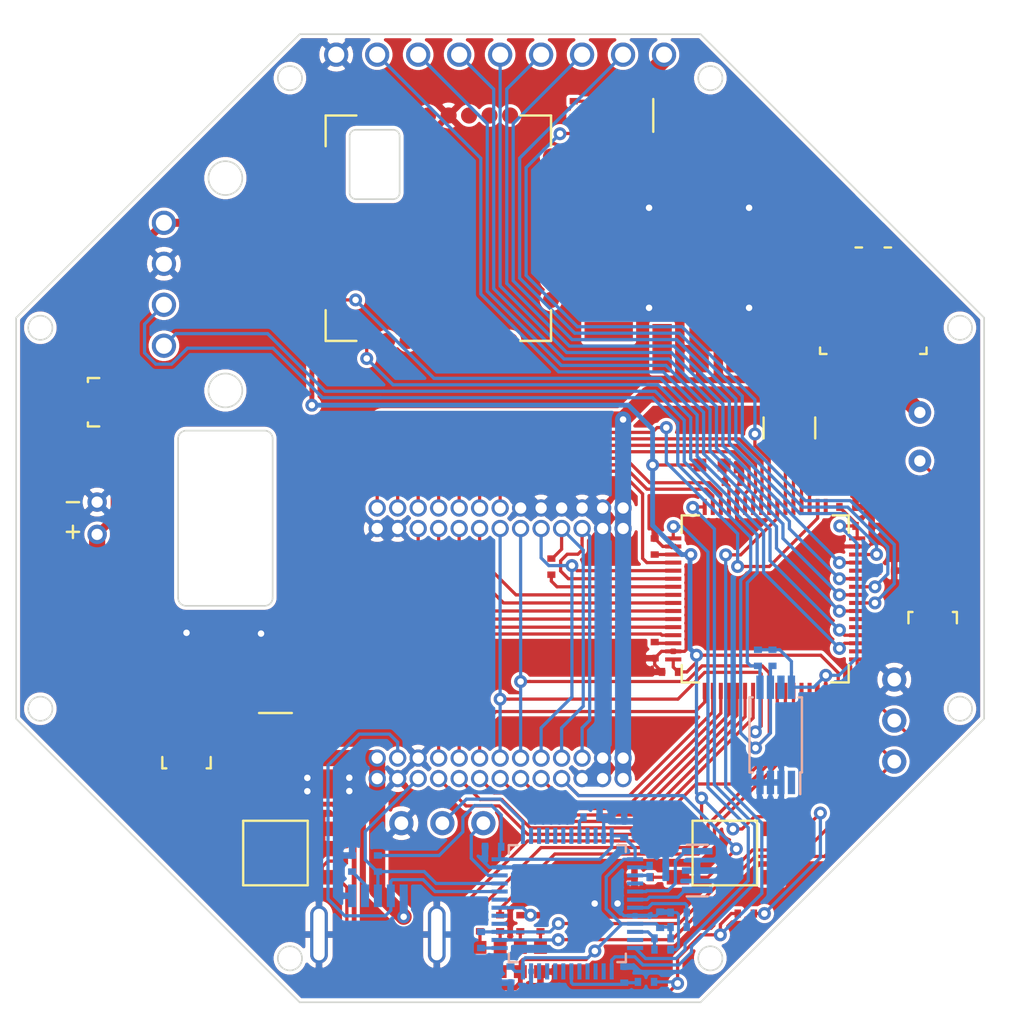
<source format=kicad_pcb>
(kicad_pcb (version 20171130) (host pcbnew "(5.1.5-rc2)")
  (layers (0 F.Cu signal) (31 B.Cu signal) (34 B.Paste user) (35 F.Paste user) (36 B.SilkS user) (37 F.SilkS user) (38 B.Mask user) (39 F.Mask user) (44 Edge.Cuts user))
  (net 0 "")
  (net 1 GND)
  (net 2 "Net-(C4-Pad2)")
  (net 3 "Net-(C6-Pad1)")
  (net 4 "Net-(C7-Pad1)")
  (net 5 "Net-(C8-Pad1)")
  (net 6 "Net-(C15-Pad1)")
  (net 7 "Net-(D19-Pad2)")
  (net 8 "Net-(D20-Pad1)")
  (net 9 "Net-(D22-Pad2)")
  (net 10 "Net-(D23-Pad2)")
  (net 11 "Net-(D24-Pad2)")
  (net 12 "Net-(J6-Pad4)")
  (net 13 "Net-(J15-Pad2)")
  (net 14 "Net-(R5-Pad1)")
  (net 15 "Net-(R7-Pad1)")
  (net 16 "Net-(R8-Pad1)")
  (net 17 "Net-(R10-Pad2)")
  (net 18 "Net-(R14-Pad1)")
  (net 19 "Net-(R15-Pad1)")
  (net 20 "Net-(R16-Pad1)")
  (net 21 "Net-(U4-Pad6)")
  (net 22 "Net-(U4-Pad5)")
  (net 23 "Net-(U5-Pad6)")
  (net 24 "Net-(U5-Pad5)")
  (net 25 "Net-(R2-Pad2)")
  (net 26 "Net-(C29-Pad1)")
  (net 27 "Net-(DC1-Pad6)")
  (net 28 "Net-(R23-Pad2)")
  (net 29 "Net-(R24-Pad2)")
  (net 30 "Net-(R26-Pad2)")
  (net 31 UVDD)
  (net 32 +3V3_2)
  (net 33 +3V3)
  (net 34 /NRST)
  (net 35 +5V)
  (net 36 +12V)
  (net 37 /SDA)
  (net 38 /SCL)
  (net 39 /PWM_A)
  (net 40 /PWM_B)
  (net 41 /MOTOR_RESET)
  (net 42 /PWM_C)
  (net 43 /KICKER_L)
  (net 44 /PWM_D)
  (net 45 /USB_DP)
  (net 46 /USB_DM)
  (net 47 /MISO)
  (net 48 /MOSI)
  (net 49 /START)
  (net 50 /SCK)
  (net 51 /PWM_DF)
  (net 52 /PWM_DB)
  (net 53 /MV_RX)
  (net 54 /TAPTIC)
  (net 55 /MV_TX)
  (net 56 /RST_SONIC)
  (net 57 /DC)
  (net 58 /SS_SONIC)
  (net 59 /CS)
  (net 60 /RST_LINE3)
  (net 61 /HOLD2)
  (net 62 /RST_LINE4)
  (net 63 /SS_LINE2)
  (net 64 /SS_LINE4)
  (net 65 /RST_LINE1)
  (net 66 /RST_LINE2)
  (net 67 /SS_LINE1)
  (net 68 /HOLD1)
  (net 69 /SS_MOUSE)
  (net 70 /SWD)
  (net 71 /SWC)
  (net 72 /STM_JTMS)
  (net 73 /STM_JTCK)
  (net 74 /SPEAKER)
  (net 75 "Net-(R1-Pad1)")
  (net 76 /LED_STLINK)
  (net 77 /MONO_RX)
  (net 78 /MONO_TX)
  (net 79 /KICKER_R)
  (net 80 /USART_TX)
  (net 81 /SS_LINE3)
  (net 82 /USART_RX)
  (net 83 "Net-(C5-Pad1)")
  (net 84 "Net-(R30-Pad1)")
  (module module:1005 (layer F.Cu) (at 48.8264 49.25)
    (fp_text reference R30 hide)
    (fp_text value 10K)
    (pad 2 smd rect (at 0.5 0) (size 0.4 0.5) (layers F.Cu F.Paste F.Mask) (net 33 +3V3))
    (pad 1 smd rect (at -0.5 0) (size 0.4 0.5) (layers F.Cu F.Paste F.Mask) (net 84 "Net-(R30-Pad1)"))
  )
  (module module:1005 (layer B.Cu) (at 39.041 58.7361)
    (fp_text reference R29 hide)
    (fp_text value 10K)
    (pad 2 smd rect (at 0.5 0) (size 0.4 0.5) (layers B.Cu B.Paste B.Mask) (net 34 /NRST))
    (pad 1 smd rect (at -0.5 0) (size 0.4 0.5) (layers B.Cu B.Paste B.Mask) (net 83 "Net-(C5-Pad1)"))
  )
  (module module:1005 (layer F.Cu) (at 45.2264 54.5)
    (fp_text reference R28 hide)
    (fp_text value 10K)
    (pad 2 smd rect (at 0.5 0) (size 0.4 0.5) (layers F.Cu F.Paste F.Mask) (net 33 +3V3))
    (pad 1 smd rect (at -0.5 0) (size 0.4 0.5) (layers F.Cu F.Paste F.Mask) (net 34 /NRST))
  )
  (module module:1005 (layer F.Cu) (at 34.5583 6.6555 270)
    (fp_text reference R27 hide)
    (fp_text value 10K)
    (pad 2 smd rect (at 0.5 0 270) (size 0.4 0.5) (layers F.Cu F.Paste F.Mask) (net 1 GND))
    (pad 1 smd rect (at -0.5 0 270) (size 0.4 0.5) (layers F.Cu F.Paste F.Mask) (net 30 "Net-(R26-Pad2)"))
  )
  (module module:1005 (layer F.Cu) (at 34.5583 4.6555 270)
    (fp_text reference R26 hide)
    (fp_text value 47K)
    (pad 2 smd rect (at 0.5 0 270) (size 0.4 0.5) (layers F.Cu F.Paste F.Mask) (net 30 "Net-(R26-Pad2)"))
    (pad 1 smd rect (at -0.5 0 270) (size 0.4 0.5) (layers F.Cu F.Paste F.Mask) (net 36 +12V))
  )
  (module module:2012 (layer F.Cu) (at 5.11 20.34 180)
    (fp_text reference C14 hide)
    (fp_text value 1u)
    (pad 2 smd rect (at 1 0 180) (size 1 1.25) (layers F.Cu F.Paste F.Mask) (net 1 GND))
    (pad 1 smd rect (at -1 0 180) (size 1 1.25) (layers F.Cu F.Paste F.Mask) (net 33 +3V3))
  )
  (module module:2012 (layer F.Cu) (at 5.11 25.27 180)
    (fp_text reference C13 hide)
    (fp_text value 1u)
    (pad 2 smd rect (at 1 0 180) (size 1 1.25) (layers F.Cu F.Paste F.Mask) (net 1 GND))
    (pad 1 smd rect (at -1 0 180) (size 1 1.25) (layers F.Cu F.Paste F.Mask) (net 35 +5V))
  )
  (module module:2012 (layer F.Cu) (at 8.1 44.88 270)
    (fp_text reference C2 hide)
    (fp_text value 1u)
    (pad 2 smd rect (at 1 0 270) (size 1 1.25) (layers F.Cu F.Paste F.Mask) (net 1 GND))
    (pad 1 smd rect (at -1 0 270) (size 1 1.25) (layers F.Cu F.Paste F.Mask) (net 32 +3V3_2))
  )
  (module module:2012 (layer F.Cu) (at 13.02 44.85 270)
    (fp_text reference C1 hide)
    (fp_text value 1u)
    (pad 2 smd rect (at 1 0 270) (size 1 1.25) (layers F.Cu F.Paste F.Mask) (net 1 GND))
    (pad 1 smd rect (at -1 0 270) (size 1 1.25) (layers F.Cu F.Paste F.Mask) (net 31 UVDD))
  )
  (module new:smd_TOCOS (layer F.Cu) (at 26.1696 12.025 270)
    (fp_text reference U2 hide)
    (fp_text value TWE_LITE_SMD)
    (pad 32 smd circle (at -6.985 4.445 270) (size 1 1) (layers F.Cu F.Paste F.Mask) (net 1 GND))
    (pad 31 smd circle (at -6.985 3.175 270) (size 1 1) (layers F.Cu F.Paste F.Mask) (net 1 GND))
    (pad 30 smd circle (at -6.985 1.905 270) (size 1 1) (layers F.Cu F.Paste F.Mask) (net 1 GND))
    (pad 29 smd circle (at -6.985 0.635 270) (size 1 1) (layers F.Cu F.Paste F.Mask))
    (pad 28 smd circle (at -6.985 -0.635 270) (size 1 1) (layers F.Cu F.Paste F.Mask) (net 1 GND))
    (pad 27 smd circle (at -6.985 -1.905 270) (size 1 1) (layers F.Cu F.Paste F.Mask))
    (pad 26 smd circle (at -6.985 -3.175 270) (size 1 1) (layers F.Cu F.Paste F.Mask))
    (pad 25 smd circle (at -6.985 -4.445 270) (size 1 1) (layers F.Cu F.Paste F.Mask))
    (pad 24 smd circle (at -4.445 -6.985 270) (size 1 1) (layers F.Cu F.Paste F.Mask))
    (pad 23 smd circle (at -3.175 -6.985 270) (size 1 1) (layers F.Cu F.Paste F.Mask))
    (pad 22 smd circle (at -1.905 -6.985 270) (size 1 1) (layers F.Cu F.Paste F.Mask))
    (pad 21 smd circle (at -0.635 -6.985 270) (size 1 1) (layers F.Cu F.Paste F.Mask))
    (pad 20 smd circle (at 0.635 -6.985 270) (size 1 1) (layers F.Cu F.Paste F.Mask) (net 1 GND))
    (pad 19 smd circle (at 1.905 -6.985 270) (size 1 1) (layers F.Cu F.Paste F.Mask))
    (pad 18 smd circle (at 3.175 -6.985 270) (size 1 1) (layers F.Cu F.Paste F.Mask))
    (pad 17 smd circle (at 4.445 -6.985 270) (size 1 1) (layers F.Cu F.Paste F.Mask))
    (pad 16 smd circle (at 6.985 -4.445 270) (size 1 1) (layers F.Cu F.Paste F.Mask))
    (pad 15 smd circle (at 6.985 -3.175 270) (size 1 1) (layers F.Cu F.Paste F.Mask))
    (pad 14 smd circle (at 6.985 -1.905 270) (size 1 1) (layers F.Cu F.Paste F.Mask))
    (pad 13 smd circle (at 6.985 -0.635 270) (size 1 1) (layers F.Cu F.Paste F.Mask))
    (pad 12 smd circle (at 6.985 0.635 270) (size 1 1) (layers F.Cu F.Paste F.Mask))
    (pad 11 smd circle (at 6.985 1.905 270) (size 1 1) (layers F.Cu F.Paste F.Mask))
    (pad 10 smd circle (at 6.985 3.175 270) (size 1 1) (layers F.Cu F.Paste F.Mask))
    (pad 9 smd circle (at 6.985 4.445 270) (size 1 1) (layers F.Cu F.Paste F.Mask) (net 77 /MONO_RX))
    (pad 8 smd circle (at 4.445 6.985 270) (size 1 1) (layers F.Cu F.Paste F.Mask) (net 78 /MONO_TX))
    (pad 7 smd circle (at 3.175 6.985 270) (size 1 1) (layers F.Cu F.Paste F.Mask))
    (pad 6 smd circle (at 1.905 6.985 270) (size 1 1) (layers F.Cu F.Paste F.Mask))
    (pad 5 smd circle (at 0.635 6.985 270) (size 1 1) (layers F.Cu F.Paste F.Mask) (net 33 +3V3))
    (pad 4 smd circle (at -0.635 6.985 270) (size 1 1) (layers F.Cu F.Paste F.Mask))
    (pad 3 smd circle (at -1.905 6.985 270) (size 1 1) (layers F.Cu F.Paste F.Mask))
    (pad 2 smd circle (at -3.175 6.985 270) (size 1 1) (layers F.Cu F.Paste F.Mask))
    (pad 1 smd circle (at -4.445 6.985 270) (size 1 1) (layers F.Cu F.Paste F.Mask))
  )
  (module module:1005 (layer F.Cu) (at 50.7304 20.71)
    (fp_text reference R25 hide)
    (fp_text value 100R)
    (pad 2 smd rect (at 0.5 0) (size 0.4 0.5) (layers F.Cu F.Paste F.Mask) (net 1 GND))
    (pad 1 smd rect (at -0.5 0) (size 0.4 0.5) (layers F.Cu F.Paste F.Mask) (net 29 "Net-(R24-Pad2)"))
  )
  (module module:1005 (layer F.Cu) (at 48.9304 20.71)
    (fp_text reference R24 hide)
    (fp_text value 330R)
    (pad 2 smd rect (at 0.5 0) (size 0.4 0.5) (layers F.Cu F.Paste F.Mask) (net 29 "Net-(R24-Pad2)"))
    (pad 1 smd rect (at -0.5 0) (size 0.4 0.5) (layers F.Cu F.Paste F.Mask) (net 28 "Net-(R23-Pad2)"))
  )
  (module module:1005 (layer F.Cu) (at 47.1304 20.71)
    (fp_text reference R23 hide)
    (fp_text value 1K)
    (pad 2 smd rect (at 0.5 0) (size 0.4 0.5) (layers F.Cu F.Paste F.Mask) (net 28 "Net-(R23-Pad2)"))
    (pad 1 smd rect (at -0.5 0) (size 0.4 0.5) (layers F.Cu F.Paste F.Mask) (net 27 "Net-(DC1-Pad6)"))
  )
  (module module:1005 (layer F.Cu) (at 51.7054 12.12 270)
    (fp_text reference R22 hide)
    (fp_text value 1.2K)
    (pad 2 smd rect (at 0.5 0 270) (size 0.4 0.5) (layers F.Cu F.Paste F.Mask) (net 1 GND))
    (pad 1 smd rect (at -0.5 0 270) (size 0.4 0.5) (layers F.Cu F.Paste F.Mask) (net 35 +5V))
  )
  (module module:1005 (layer F.Cu) (at 43.1503 4.485)
    (fp_text reference R3 hide)
    (fp_text value 20K)
    (pad 2 smd rect (at 0.5 0) (size 0.4 0.5) (layers F.Cu F.Paste F.Mask) (net 1 GND))
    (pad 1 smd rect (at -0.5 0) (size 0.4 0.5) (layers F.Cu F.Paste F.Mask) (net 26 "Net-(C29-Pad1)"))
  )
  (module module:Murata_DCDC (layer F.Cu) (at 42.3304 13.86)
    (fp_text reference DC1 hide)
    (fp_text value Murata_DC-DC)
    (pad 11 smd rect (at 6.35 2.29) (size 1.5 1.2) (layers F.Cu F.Paste F.Mask))
    (pad 1 smd rect (at -5.6 0) (size 3 1.2) (layers F.Cu F.Paste F.Mask) (net 1 GND))
    (pad 10 smd rect (at -5.6 2.29) (size 3 1.2) (layers F.Cu F.Paste F.Mask))
    (pad 9 smd rect (at -5.6 4.58) (size 3 1.2) (layers F.Cu F.Paste F.Mask))
    (pad 8 smd rect (at -2.29 5.6 90) (size 3 1.2) (layers F.Cu F.Paste F.Mask))
    (pad 7 smd rect (at 0 5.6 90) (size 3 1.2) (layers F.Cu F.Paste F.Mask) (net 1 GND))
    (pad 12 smd rect (at 2.29 5.6 90) (size 3 1.2) (layers F.Cu F.Paste F.Mask))
    (pad 6 smd rect (at 5.6 4.58) (size 3 1.2) (layers F.Cu F.Paste F.Mask) (net 27 "Net-(DC1-Pad6)"))
    (pad 5 smd rect (at 5.6 0) (size 3 1.2) (layers F.Cu F.Paste F.Mask) (net 35 +5V))
    (pad 4 smd rect (at 6.285 -4.58) (size 1.63 1.2) (layers F.Cu F.Paste F.Mask) (net 35 +5V))
    (pad 4 smd rect (at 4.585 -3.43) (size 1.77 4.07) (layers F.Cu F.Paste F.Mask) (net 35 +5V))
    (pad 3 smd rect (at 2.29 -6.28) (size 1.2 1.63) (layers F.Cu F.Paste F.Mask) (net 1 GND))
    (pad 3 smd rect (at 0 -6.28) (size 1.2 1.63) (layers F.Cu F.Paste F.Mask) (net 1 GND))
    (pad 3 smd rect (at 1.145 -4.58) (size 4.07 1.77) (layers F.Cu F.Paste F.Mask) (net 1 GND))
    (pad 2 smd rect (at -6.285 -4.58) (size 1.63 1.2) (layers F.Cu F.Paste F.Mask) (net 26 "Net-(C29-Pad1)"))
    (pad 2 smd rect (at -2.29 -6.28) (size 1.2 1.63) (layers F.Cu F.Paste F.Mask) (net 26 "Net-(C29-Pad1)"))
    (pad 2 smd rect (at -3.435 -4.58) (size 4.07 1.77) (layers F.Cu F.Paste F.Mask) (net 26 "Net-(C29-Pad1)"))
  )
  (module module:DO-214AC (layer F.Cu) (at 38.7293 5.035 180)
    (fp_text reference D25 hide)
    (fp_text value D)
    (pad 2 smd rect (at 2.032 0 180) (size 1.778 2.159) (layers F.Cu F.Paste F.Mask) (net 36 +12V))
    (pad 1 smd rect (at -2.032 0 180) (size 1.778 2.159) (layers F.Cu F.Paste F.Mask) (net 26 "Net-(C29-Pad1)"))
  )
  (module module:CAPACITOR_φ6.3 (layer F.Cu) (at 53.1304 16.52 90)
    (fp_text reference C31 hide)
    (fp_text value 47u)
    (pad 2 smd rect (at -3.3 0 90) (size 2 1) (layers F.Cu F.Paste F.Mask) (net 1 GND))
    (pad 1 smd rect (at 3.3 0 90) (size 2 1) (layers F.Cu F.Paste F.Mask) (net 35 +5V))
  )
  (module module:2012 (layer F.Cu) (at 50.4554 11.57 270)
    (fp_text reference C30 hide)
    (fp_text value 10u)
    (pad 2 smd rect (at 1 0 270) (size 1 1.25) (layers F.Cu F.Paste F.Mask) (net 1 GND))
    (pad 1 smd rect (at -1 0 270) (size 1 1.25) (layers F.Cu F.Paste F.Mask) (net 35 +5V))
  )
  (module module:2012 (layer F.Cu) (at 43.7003 5.76)
    (fp_text reference C29 hide)
    (fp_text value 22u)
    (pad 2 smd rect (at 1 0) (size 1 1.25) (layers F.Cu F.Paste F.Mask) (net 1 GND))
    (pad 1 smd rect (at -1 0) (size 1 1.25) (layers F.Cu F.Paste F.Mask) (net 26 "Net-(C29-Pad1)"))
  )
  (module module:CERALOCK (layer B.Cu) (at 42.216 51.8361 270)
    (fp_text reference Y3 hide)
    (fp_text value 8MHz)
    (pad 3 smd rect (at 1.2 0 270) (size 0.4 1.9) (layers B.Cu B.Paste B.Mask) (net 23 "Net-(U5-Pad6)"))
    (pad 2 smd rect (at 0 0 270) (size 0.4 1.9) (layers B.Cu B.Paste B.Mask) (net 1 GND))
    (pad 1 smd rect (at -1.2 0 270) (size 0.4 1.9) (layers B.Cu B.Paste B.Mask) (net 24 "Net-(U5-Pad5)"))
  )
  (module module:CRYSTAL_FC135 (layer F.Cu) (at 50.2804 27.2514 180)
    (fp_text reference Y2 hide)
    (fp_text value 32.768kHz)
    (pad 2 smd rect (at 1.25 0 180) (size 1 1.8) (layers F.Cu F.Paste F.Mask) (net 5 "Net-(C8-Pad1)"))
    (pad 1 smd rect (at -1.25 0 180) (size 1 1.8) (layers F.Cu F.Paste F.Mask) (net 4 "Net-(C7-Pad1)"))
  )
  (module module:CERALOCK (layer F.Cu) (at 47.93 24.4036 180)
    (fp_text reference Y1 hide)
    (fp_text value 8MHz)
    (pad 3 smd rect (at 1.2 0 180) (size 0.4 1.9) (layers F.Cu F.Paste F.Mask) (net 21 "Net-(U4-Pad6)"))
    (pad 2 smd rect (at 0 0 180) (size 0.4 1.9) (layers F.Cu F.Paste F.Mask) (net 1 GND))
    (pad 1 smd rect (at -1.2 0 180) (size 0.4 1.9) (layers F.Cu F.Paste F.Mask) (net 22 "Net-(U4-Pad5)"))
  )
  (module module:Q_SOT-23 (layer F.Cu) (at 5.1 22.81 90)
    (fp_text reference U6 hide)
    (fp_text value AP7333)
    (pad 3 smd rect (at 0 -1.145 90) (size 0.76 0.76) (layers F.Cu F.Paste F.Mask) (net 1 GND))
    (pad 2 smd rect (at 0.95 1.145 90) (size 0.76 0.76) (layers F.Cu F.Paste F.Mask) (net 33 +3V3))
    (pad 1 smd rect (at -0.95 1.145 90) (size 0.76 0.76) (layers F.Cu F.Paste F.Mask) (net 35 +5V))
  )
  (module module:TQFP-48_7x7mm_P0.5mm (layer B.Cu) (at 34.166 53.8861 180)
    (fp_text reference U5 hide)
    (fp_text value STM32F103CBTx)
    (pad 48 smd rect (at -2.75 4.2 90) (size 1 0.25) (layers B.Cu B.Paste B.Mask) (net 32 +3V3_2))
    (pad 47 smd rect (at -2.25 4.2 90) (size 1 0.25) (layers B.Cu B.Paste B.Mask) (net 1 GND))
    (pad 46 smd rect (at -1.75 4.2 90) (size 1 0.25) (layers B.Cu B.Paste B.Mask))
    (pad 45 smd rect (at -1.25 4.2 90) (size 1 0.25) (layers B.Cu B.Paste B.Mask))
    (pad 44 smd rect (at -0.75 4.2 90) (size 1 0.25) (layers B.Cu B.Paste B.Mask) (net 14 "Net-(R5-Pad1)"))
    (pad 43 smd rect (at -0.25 4.2 90) (size 1 0.25) (layers B.Cu B.Paste B.Mask))
    (pad 42 smd rect (at 0.25 4.2 90) (size 1 0.25) (layers B.Cu B.Paste B.Mask))
    (pad 41 smd rect (at 0.75 4.2 90) (size 1 0.25) (layers B.Cu B.Paste B.Mask))
    (pad 40 smd rect (at 1.25 4.2 90) (size 1 0.25) (layers B.Cu B.Paste B.Mask))
    (pad 39 smd rect (at 1.75 4.2 90) (size 1 0.25) (layers B.Cu B.Paste B.Mask))
    (pad 38 smd rect (at 2.25 4.2 90) (size 1 0.25) (layers B.Cu B.Paste B.Mask))
    (pad 37 smd rect (at 2.75 4.2 90) (size 1 0.25) (layers B.Cu B.Paste B.Mask) (net 73 /STM_JTCK))
    (pad 36 smd rect (at 4.2 2.75 180) (size 1 0.25) (layers B.Cu B.Paste B.Mask) (net 32 +3V3_2))
    (pad 35 smd rect (at 4.2 2.25 180) (size 1 0.25) (layers B.Cu B.Paste B.Mask) (net 1 GND))
    (pad 34 smd rect (at 4.2 1.75 180) (size 1 0.25) (layers B.Cu B.Paste B.Mask) (net 72 /STM_JTMS))
    (pad 33 smd rect (at 4.2 1.25 180) (size 1 0.25) (layers B.Cu B.Paste B.Mask) (net 45 /USB_DP))
    (pad 32 smd rect (at 4.2 0.75 180) (size 1 0.25) (layers B.Cu B.Paste B.Mask) (net 46 /USB_DM))
    (pad 31 smd rect (at 4.2 0.25 180) (size 1 0.25) (layers B.Cu B.Paste B.Mask))
    (pad 30 smd rect (at 4.2 -0.25 180) (size 1 0.25) (layers B.Cu B.Paste B.Mask) (net 76 /LED_STLINK))
    (pad 29 smd rect (at 4.2 -0.75 180) (size 1 0.25) (layers B.Cu B.Paste B.Mask))
    (pad 28 smd rect (at 4.2 -1.25 180) (size 1 0.25) (layers B.Cu B.Paste B.Mask))
    (pad 27 smd rect (at 4.2 -1.75 180) (size 1 0.25) (layers B.Cu B.Paste B.Mask) (net 70 /SWD))
    (pad 26 smd rect (at 4.2 -2.25 180) (size 1 0.25) (layers B.Cu B.Paste B.Mask) (net 71 /SWC))
    (pad 25 smd rect (at 4.2 -2.75 180) (size 1 0.25) (layers B.Cu B.Paste B.Mask) (net 18 "Net-(R14-Pad1)"))
    (pad 24 smd rect (at 2.75 -4.2 90) (size 1 0.25) (layers B.Cu B.Paste B.Mask) (net 32 +3V3_2))
    (pad 23 smd rect (at 2.25 -4.2 90) (size 1 0.25) (layers B.Cu B.Paste B.Mask) (net 1 GND))
    (pad 22 smd rect (at 1.75 -4.2 90) (size 1 0.25) (layers B.Cu B.Paste B.Mask))
    (pad 21 smd rect (at 1.25 -4.2 90) (size 1 0.25) (layers B.Cu B.Paste B.Mask))
    (pad 20 smd rect (at 0.75 -4.2 90) (size 1 0.25) (layers B.Cu B.Paste B.Mask))
    (pad 19 smd rect (at 0.25 -4.2 90) (size 1 0.25) (layers B.Cu B.Paste B.Mask))
    (pad 18 smd rect (at -0.25 -4.2 90) (size 1 0.25) (layers B.Cu B.Paste B.Mask) (net 83 "Net-(C5-Pad1)"))
    (pad 17 smd rect (at -0.75 -4.2 90) (size 1 0.25) (layers B.Cu B.Paste B.Mask))
    (pad 16 smd rect (at -1.25 -4.2 90) (size 1 0.25) (layers B.Cu B.Paste B.Mask))
    (pad 15 smd rect (at -1.75 -4.2 90) (size 1 0.25) (layers B.Cu B.Paste B.Mask))
    (pad 14 smd rect (at -2.25 -4.2 90) (size 1 0.25) (layers B.Cu B.Paste B.Mask))
    (pad 13 smd rect (at -2.75 -4.2 90) (size 1 0.25) (layers B.Cu B.Paste B.Mask) (net 80 /USART_TX))
    (pad 12 smd rect (at -4.2 -2.75 180) (size 1 0.25) (layers B.Cu B.Paste B.Mask) (net 82 /USART_RX))
    (pad 11 smd rect (at -4.2 -2.25 180) (size 1 0.25) (layers B.Cu B.Paste B.Mask))
    (pad 10 smd rect (at -4.2 -1.75 180) (size 1 0.25) (layers B.Cu B.Paste B.Mask) (net 17 "Net-(R10-Pad2)"))
    (pad 9 smd rect (at -4.2 -1.25 180) (size 1 0.25) (layers B.Cu B.Paste B.Mask) (net 32 +3V3_2))
    (pad 8 smd rect (at -4.2 -0.75 180) (size 1 0.25) (layers B.Cu B.Paste B.Mask) (net 1 GND))
    (pad 7 smd rect (at -4.2 -0.25 180) (size 1 0.25) (layers B.Cu B.Paste B.Mask) (net 6 "Net-(C15-Pad1)"))
    (pad 6 smd rect (at -4.2 0.25 180) (size 1 0.25) (layers B.Cu B.Paste B.Mask) (net 23 "Net-(U5-Pad6)"))
    (pad 5 smd rect (at -4.2 0.75 180) (size 1 0.25) (layers B.Cu B.Paste B.Mask) (net 24 "Net-(U5-Pad5)"))
    (pad 4 smd rect (at -4.2 1.25 180) (size 1 0.25) (layers B.Cu B.Paste B.Mask))
    (pad 3 smd rect (at -4.2 1.75 180) (size 1 0.25) (layers B.Cu B.Paste B.Mask) (net 16 "Net-(R8-Pad1)"))
    (pad 2 smd rect (at -4.2 2.25 180) (size 1 0.25) (layers B.Cu B.Paste B.Mask) (net 15 "Net-(R7-Pad1)"))
    (pad 1 smd rect (at -4.2 2.75 180) (size 1 0.25) (layers B.Cu B.Paste B.Mask) (net 32 +3V3_2))
  )
  (module module:LQFP-64_10x10mm_P0.5mm (layer F.Cu) (at 46.43 35 270)
    (fp_text reference U4 hide)
    (fp_text value STM32F446RETx)
    (pad 64 smd rect (at -3.75 -5.7) (size 1 0.25) (layers F.Cu F.Paste F.Mask) (net 33 +3V3))
    (pad 63 smd rect (at -3.25 -5.7) (size 1 0.25) (layers F.Cu F.Paste F.Mask) (net 1 GND))
    (pad 62 smd rect (at -2.75 -5.7) (size 1 0.25) (layers F.Cu F.Paste F.Mask) (net 40 /PWM_B))
    (pad 61 smd rect (at -2.25 -5.7) (size 1 0.25) (layers F.Cu F.Paste F.Mask) (net 41 /MOTOR_RESET))
    (pad 60 smd rect (at -1.75 -5.7) (size 1 0.25) (layers F.Cu F.Paste F.Mask) (net 75 "Net-(R1-Pad1)"))
    (pad 59 smd rect (at -1.25 -5.7) (size 1 0.25) (layers F.Cu F.Paste F.Mask) (net 42 /PWM_C))
    (pad 58 smd rect (at -0.75 -5.7) (size 1 0.25) (layers F.Cu F.Paste F.Mask) (net 79 /KICKER_R))
    (pad 57 smd rect (at -0.25 -5.7) (size 1 0.25) (layers F.Cu F.Paste F.Mask) (net 43 /KICKER_L))
    (pad 56 smd rect (at 0.25 -5.7) (size 1 0.25) (layers F.Cu F.Paste F.Mask) (net 39 /PWM_A))
    (pad 55 smd rect (at 0.75 -5.7) (size 1 0.25) (layers F.Cu F.Paste F.Mask) (net 44 /PWM_D))
    (pad 54 smd rect (at 1.25 -5.7) (size 1 0.25) (layers F.Cu F.Paste F.Mask) (net 74 /SPEAKER))
    (pad 53 smd rect (at 1.75 -5.7) (size 1 0.25) (layers F.Cu F.Paste F.Mask))
    (pad 52 smd rect (at 2.25 -5.7) (size 1 0.25) (layers F.Cu F.Paste F.Mask) (net 78 /MONO_TX))
    (pad 51 smd rect (at 2.75 -5.7) (size 1 0.25) (layers F.Cu F.Paste F.Mask) (net 77 /MONO_RX))
    (pad 50 smd rect (at 3.25 -5.7) (size 1 0.25) (layers F.Cu F.Paste F.Mask))
    (pad 49 smd rect (at 3.75 -5.7) (size 1 0.25) (layers F.Cu F.Paste F.Mask) (net 71 /SWC))
    (pad 48 smd rect (at 5.7 -3.75 270) (size 1 0.25) (layers F.Cu F.Paste F.Mask) (net 33 +3V3))
    (pad 47 smd rect (at 5.7 -3.25 270) (size 1 0.25) (layers F.Cu F.Paste F.Mask) (net 1 GND))
    (pad 46 smd rect (at 5.7 -2.75 270) (size 1 0.25) (layers F.Cu F.Paste F.Mask) (net 70 /SWD))
    (pad 45 smd rect (at 5.7 -2.25 270) (size 1 0.25) (layers F.Cu F.Paste F.Mask))
    (pad 44 smd rect (at 5.7 -1.75 270) (size 1 0.25) (layers F.Cu F.Paste F.Mask) (net 19 "Net-(R15-Pad1)"))
    (pad 43 smd rect (at 5.7 -1.25 270) (size 1 0.25) (layers F.Cu F.Paste F.Mask) (net 20 "Net-(R16-Pad1)"))
    (pad 42 smd rect (at 5.7 -0.75 270) (size 1 0.25) (layers F.Cu F.Paste F.Mask) (net 59 /CS))
    (pad 41 smd rect (at 5.7 -0.25 270) (size 1 0.25) (layers F.Cu F.Paste F.Mask) (net 38 /SCL))
    (pad 40 smd rect (at 5.7 0.25 270) (size 1 0.25) (layers F.Cu F.Paste F.Mask) (net 37 /SDA))
    (pad 39 smd rect (at 5.7 0.75 270) (size 1 0.25) (layers F.Cu F.Paste F.Mask) (net 57 /DC))
    (pad 38 smd rect (at 5.7 1.25 270) (size 1 0.25) (layers F.Cu F.Paste F.Mask) (net 55 /MV_TX))
    (pad 37 smd rect (at 5.7 1.75 270) (size 1 0.25) (layers F.Cu F.Paste F.Mask) (net 53 /MV_RX))
    (pad 36 smd rect (at 5.7 2.25 270) (size 1 0.25) (layers F.Cu F.Paste F.Mask) (net 51 /PWM_DF))
    (pad 35 smd rect (at 5.7 2.75 270) (size 1 0.25) (layers F.Cu F.Paste F.Mask) (net 52 /PWM_DB))
    (pad 34 smd rect (at 5.7 3.25 270) (size 1 0.25) (layers F.Cu F.Paste F.Mask) (net 49 /START))
    (pad 33 smd rect (at 5.7 3.75 270) (size 1 0.25) (layers F.Cu F.Paste F.Mask) (net 54 /TAPTIC))
    (pad 32 smd rect (at 3.75 5.7) (size 1 0.25) (layers F.Cu F.Paste F.Mask) (net 33 +3V3))
    (pad 31 smd rect (at 3.25 5.7) (size 1 0.25) (layers F.Cu F.Paste F.Mask) (net 1 GND))
    (pad 30 smd rect (at 2.75 5.7) (size 1 0.25) (layers F.Cu F.Paste F.Mask) (net 3 "Net-(C6-Pad1)"))
    (pad 29 smd rect (at 2.25 5.7) (size 1 0.25) (layers F.Cu F.Paste F.Mask) (net 56 /RST_SONIC))
    (pad 28 smd rect (at 1.75 5.7) (size 1 0.25) (layers F.Cu F.Paste F.Mask) (net 58 /SS_SONIC))
    (pad 27 smd rect (at 1.25 5.7) (size 1 0.25) (layers F.Cu F.Paste F.Mask) (net 62 /RST_LINE4))
    (pad 26 smd rect (at 0.75 5.7) (size 1 0.25) (layers F.Cu F.Paste F.Mask) (net 64 /SS_LINE4))
    (pad 25 smd rect (at 0.25 5.7) (size 1 0.25) (layers F.Cu F.Paste F.Mask) (net 66 /RST_LINE2))
    (pad 24 smd rect (at -0.25 5.7) (size 1 0.25) (layers F.Cu F.Paste F.Mask) (net 68 /HOLD1))
    (pad 23 smd rect (at -0.75 5.7) (size 1 0.25) (layers F.Cu F.Paste F.Mask) (net 25 "Net-(R2-Pad2)"))
    (pad 22 smd rect (at -1.25 5.7) (size 1 0.25) (layers F.Cu F.Paste F.Mask) (net 47 /MISO))
    (pad 21 smd rect (at -1.75 5.7) (size 1 0.25) (layers F.Cu F.Paste F.Mask) (net 50 /SCK))
    (pad 20 smd rect (at -2.25 5.7) (size 1 0.25) (layers F.Cu F.Paste F.Mask) (net 69 /SS_MOUSE))
    (pad 19 smd rect (at -2.75 5.7) (size 1 0.25) (layers F.Cu F.Paste F.Mask) (net 33 +3V3))
    (pad 18 smd rect (at -3.25 5.7) (size 1 0.25) (layers F.Cu F.Paste F.Mask) (net 1 GND))
    (pad 17 smd rect (at -3.75 5.7) (size 1 0.25) (layers F.Cu F.Paste F.Mask) (net 82 /USART_RX))
    (pad 16 smd rect (at -5.7 3.75 270) (size 1 0.25) (layers F.Cu F.Paste F.Mask) (net 80 /USART_TX))
    (pad 15 smd rect (at -5.7 3.25 270) (size 1 0.25) (layers F.Cu F.Paste F.Mask) (net 67 /SS_LINE1))
    (pad 14 smd rect (at -5.7 2.75 270) (size 1 0.25) (layers F.Cu F.Paste F.Mask) (net 65 /RST_LINE1))
    (pad 13 smd rect (at -5.7 2.25 270) (size 1 0.25) (layers F.Cu F.Paste F.Mask) (net 2 "Net-(C4-Pad2)"))
    (pad 12 smd rect (at -5.7 1.75 270) (size 1 0.25) (layers F.Cu F.Paste F.Mask) (net 1 GND))
    (pad 11 smd rect (at -5.7 1.25 270) (size 1 0.25) (layers F.Cu F.Paste F.Mask) (net 63 /SS_LINE2))
    (pad 10 smd rect (at -5.7 0.75 270) (size 1 0.25) (layers F.Cu F.Paste F.Mask) (net 61 /HOLD2))
    (pad 9 smd rect (at -5.7 0.25 270) (size 1 0.25) (layers F.Cu F.Paste F.Mask) (net 60 /RST_LINE3))
    (pad 8 smd rect (at -5.7 -0.25 270) (size 1 0.25) (layers F.Cu F.Paste F.Mask) (net 30 "Net-(R26-Pad2)"))
    (pad 7 smd rect (at -5.7 -0.75 270) (size 1 0.25) (layers F.Cu F.Paste F.Mask) (net 34 /NRST))
    (pad 6 smd rect (at -5.7 -1.25 270) (size 1 0.25) (layers F.Cu F.Paste F.Mask) (net 21 "Net-(U4-Pad6)"))
    (pad 5 smd rect (at -5.7 -1.75 270) (size 1 0.25) (layers F.Cu F.Paste F.Mask) (net 22 "Net-(U4-Pad5)"))
    (pad 4 smd rect (at -5.7 -2.25 270) (size 1 0.25) (layers F.Cu F.Paste F.Mask) (net 5 "Net-(C8-Pad1)"))
    (pad 3 smd rect (at -5.7 -2.75 270) (size 1 0.25) (layers F.Cu F.Paste F.Mask) (net 4 "Net-(C7-Pad1)"))
    (pad 2 smd rect (at -5.7 -3.25 270) (size 1 0.25) (layers F.Cu F.Paste F.Mask) (net 81 /SS_LINE3))
    (pad 1 smd rect (at -5.7 -3.75 270) (size 1 0.25) (layers F.Cu F.Paste F.Mask) (net 33 +3V3))
  )
  (module module:Tact_Switch-4.5x4.5 (layer F.Cu) (at 16.0736 50.75)
    (fp_text reference SW2 hide)
    (fp_text value RESET)
    (pad 4 smd rect (at 2.9 1.5) (size 1.4 0.9) (layers F.Cu F.Paste F.Mask) (net 34 /NRST))
    (pad 3 smd rect (at -2.9 1.5) (size 1.4 0.9) (layers F.Cu F.Paste F.Mask))
    (pad 2 smd rect (at 2.9 -1.5) (size 1.4 0.9) (layers F.Cu F.Paste F.Mask) (net 1 GND))
    (pad 1 smd rect (at -2.9 -1.5) (size 1.4 0.9) (layers F.Cu F.Paste F.Mask) (net 1 GND))
  )
  (module module:Tact_Switch-4.5x4.5 (layer F.Cu) (at 43.9264 50.75)
    (fp_text reference SW1 hide)
    (fp_text value START)
    (pad 4 smd rect (at 2.9 1.5) (size 1.4 0.9) (layers F.Cu F.Paste F.Mask))
    (pad 3 smd rect (at -2.9 1.5) (size 1.4 0.9) (layers F.Cu F.Paste F.Mask) (net 49 /START))
    (pad 2 smd rect (at 2.9 -1.5) (size 1.4 0.9) (layers F.Cu F.Paste F.Mask) (net 84 "Net-(R30-Pad1)"))
    (pad 1 smd rect (at -2.9 -1.5) (size 1.4 0.9) (layers F.Cu F.Paste F.Mask))
  )
  (module module:1005 (layer F.Cu) (at 38.8264 52.25 180)
    (fp_text reference R17 hide)
    (fp_text value 10K)
    (pad 2 smd rect (at 0.5 0 180) (size 0.4 0.5) (layers F.Cu F.Paste F.Mask) (net 1 GND))
    (pad 1 smd rect (at -0.5 0 180) (size 0.4 0.5) (layers F.Cu F.Paste F.Mask) (net 49 /START))
  )
  (module module:1005 (layer F.Cu) (at 30 55.1 270)
    (fp_text reference R15 hide)
    (fp_text value 1K)
    (pad 2 smd rect (at 0.5 0 270) (size 0.4 0.5) (layers F.Cu F.Paste F.Mask) (net 9 "Net-(D22-Pad2)"))
    (pad 1 smd rect (at -0.5 0 270) (size 0.4 0.5) (layers F.Cu F.Paste F.Mask) (net 19 "Net-(R15-Pad1)"))
  )
  (module module:1005 (layer B.Cu) (at 39.766 51.5361)
    (fp_text reference R7 hide)
    (fp_text value 10K)
    (pad 2 smd rect (at 0.5 0) (size 0.4 0.5) (layers B.Cu B.Paste B.Mask) (net 1 GND))
    (pad 1 smd rect (at -0.5 0) (size 0.4 0.5) (layers B.Cu B.Paste B.Mask) (net 15 "Net-(R7-Pad1)"))
  )
  (module module:1005 (layer B.Cu) (at 35.666 48.5361)
    (fp_text reference R5 hide)
    (fp_text value 100K)
    (pad 2 smd rect (at 0.5 0) (size 0.4 0.5) (layers B.Cu B.Paste B.Mask) (net 1 GND))
    (pad 1 smd rect (at -0.5 0) (size 0.4 0.5) (layers B.Cu B.Paste B.Mask) (net 14 "Net-(R5-Pad1)"))
  )
  (module module:1005 (layer B.Cu) (at 41.066 55.3361)
    (fp_text reference R4 hide)
    (fp_text value 100K)
    (pad 2 smd rect (at 0.5 0) (size 0.4 0.5) (layers B.Cu B.Paste B.Mask) (net 6 "Net-(C15-Pad1)"))
    (pad 1 smd rect (at -0.5 0) (size 0.4 0.5) (layers B.Cu B.Paste B.Mask) (net 32 +3V3_2))
  )
  (module module:Writing_STM (layer F.Cu) (at 26.42 48.9)
    (fp_text reference J13 hide)
    (fp_text value SWD)
    (pad 3 thru_hole circle (at 2.54 0) (size 1.5 1.5) (drill 0.85) (layers *.Cu *.Mask) (net 72 /STM_JTMS))
    (pad 2 thru_hole circle (at 0 0) (size 1.5 1.5) (drill 0.85) (layers *.Cu *.Mask) (net 73 /STM_JTCK))
    (pad 1 thru_hole circle (at -2.54 0) (size 1.5 1.5) (drill 0.85) (layers *.Cu *.Mask) (net 1 GND))
  )
  (module module:Writing_STM (layer F.Cu) (at 54.43 42.54 270)
    (fp_text reference J12 hide)
    (fp_text value SWD)
    (pad 3 thru_hole circle (at 2.54 0 270) (size 1.5 1.5) (drill 0.85) (layers *.Cu *.Mask) (net 70 /SWD))
    (pad 2 thru_hole circle (at 0 0 270) (size 1.5 1.5) (drill 0.85) (layers *.Cu *.Mask) (net 71 /SWC))
    (pad 1 thru_hole circle (at -2.54 0 270) (size 1.5 1.5) (drill 0.85) (layers *.Cu *.Mask) (net 1 GND))
  )
  (module module:CONN_01x09 (layer F.Cu) (at 30 1.27)
    (fp_text reference J4 hide)
    (fp_text value To-Motor)
    (pad 9 thru_hole circle (at 10.16 0) (size 1.5 1.5) (drill 1) (layers *.Cu *.Mask) (net 36 +12V))
    (pad 8 thru_hole circle (at 7.62 0) (size 1.5 1.5) (drill 1) (layers *.Cu *.Mask) (net 39 /PWM_A))
    (pad 7 thru_hole circle (at 5.08 0) (size 1.5 1.5) (drill 1) (layers *.Cu *.Mask) (net 79 /KICKER_R))
    (pad 6 thru_hole circle (at 2.54 0) (size 1.5 1.5) (drill 1) (layers *.Cu *.Mask) (net 40 /PWM_B))
    (pad 5 thru_hole circle (at 0 0) (size 1.5 1.5) (drill 1) (layers *.Cu *.Mask) (net 41 /MOTOR_RESET))
    (pad 4 thru_hole circle (at -2.54 0) (size 1.5 1.5) (drill 1) (layers *.Cu *.Mask) (net 42 /PWM_C))
    (pad 3 thru_hole circle (at -5.08 0) (size 1.5 1.5) (drill 1) (layers *.Cu *.Mask) (net 43 /KICKER_L))
    (pad 2 thru_hole circle (at -7.62 0) (size 1.5 1.5) (drill 1) (layers *.Cu *.Mask) (net 44 /PWM_D))
    (pad 1 thru_hole circle (at -10.16 0) (size 1.5 1.5) (drill 1) (layers *.Cu *.Mask) (net 1 GND))
  )
  (module module:1608 (layer F.Cu) (at 27.5 57.35 90)
    (fp_text reference D24 hide)
    (fp_text value GREEN)
    (pad 2 smd rect (at 0.75 0 90) (size 0.8 0.8) (layers F.Cu F.Paste F.Mask) (net 11 "Net-(D24-Pad2)"))
    (pad 1 smd rect (at -0.75 0 90) (size 0.8 0.8) (layers F.Cu F.Paste F.Mask) (net 1 GND))
  )
  (module module:1005 (layer F.Cu) (at 20.3236 50.75 270)
    (fp_text reference C21 hide)
    (fp_text value 100n)
    (pad 2 smd rect (at 0.5 0 270) (size 0.4 0.5) (layers F.Cu F.Paste F.Mask) (net 34 /NRST))
    (pad 1 smd rect (at -0.5 0 270) (size 0.4 0.5) (layers F.Cu F.Paste F.Mask) (net 1 GND))
  )
  (module module:1005 (layer B.Cu) (at 41.066 54.4361 180)
    (fp_text reference C15 hide)
    (fp_text value 100n)
    (pad 2 smd rect (at 0.5 0 180) (size 0.4 0.5) (layers B.Cu B.Paste B.Mask) (net 1 GND))
    (pad 1 smd rect (at -0.5 0 180) (size 0.4 0.5) (layers B.Cu B.Paste B.Mask) (net 6 "Net-(C15-Pad1)"))
  )
  (module module:1005 (layer F.Cu) (at 52.53 30.475)
    (fp_text reference C12 hide)
    (fp_text value 100n)
    (pad 2 smd rect (at 0.5 0) (size 0.4 0.5) (layers F.Cu F.Paste F.Mask) (net 1 GND))
    (pad 1 smd rect (at -0.5 0) (size 0.4 0.5) (layers F.Cu F.Paste F.Mask) (net 33 +3V3))
  )
  (module module:1005 (layer F.Cu) (at 39.58 31.75 90)
    (fp_text reference C11 hide)
    (fp_text value 100n)
    (pad 2 smd rect (at 0.5 0 90) (size 0.4 0.5) (layers F.Cu F.Paste F.Mask) (net 1 GND))
    (pad 1 smd rect (at -0.5 0 90) (size 0.4 0.5) (layers F.Cu F.Paste F.Mask) (net 33 +3V3))
  )
  (module module:1005 (layer F.Cu) (at 50.955 41.1 270)
    (fp_text reference C10 hide)
    (fp_text value 100n)
    (pad 2 smd rect (at 0.5 0 270) (size 0.4 0.5) (layers F.Cu F.Paste F.Mask) (net 1 GND))
    (pad 1 smd rect (at -0.5 0 270) (size 0.4 0.5) (layers F.Cu F.Paste F.Mask) (net 33 +3V3))
  )
  (module module:1005 (layer F.Cu) (at 40.53 39.525 180)
    (fp_text reference C9 hide)
    (fp_text value 100n)
    (pad 2 smd rect (at 0.5 0 180) (size 0.4 0.5) (layers F.Cu F.Paste F.Mask) (net 1 GND))
    (pad 1 smd rect (at -0.5 0 180) (size 0.4 0.5) (layers F.Cu F.Paste F.Mask) (net 33 +3V3))
  )
  (module module:1005 (layer F.Cu) (at 50.3064 25.0536 90)
    (fp_text reference C8 hide)
    (fp_text value 4.3pF)
    (pad 2 smd rect (at 0.5 0 90) (size 0.4 0.5) (layers F.Cu F.Paste F.Mask) (net 1 GND))
    (pad 1 smd rect (at -0.5 0 90) (size 0.4 0.5) (layers F.Cu F.Paste F.Mask) (net 5 "Net-(C8-Pad1)"))
  )
  (module module:1005 (layer F.Cu) (at 51.3064 25.0536 90)
    (fp_text reference C7 hide)
    (fp_text value 4.3pF)
    (pad 2 smd rect (at 0.5 0 90) (size 0.4 0.5) (layers F.Cu F.Paste F.Mask) (net 1 GND))
    (pad 1 smd rect (at -0.5 0 90) (size 0.4 0.5) (layers F.Cu F.Paste F.Mask) (net 4 "Net-(C7-Pad1)"))
  )
  (module module:1005 (layer F.Cu) (at 44.43 27.75 180)
    (fp_text reference C4 hide)
    (fp_text value 100n)
    (pad 2 smd rect (at 0.5 0 180) (size 0.4 0.5) (layers F.Cu F.Paste F.Mask) (net 2 "Net-(C4-Pad2)"))
    (pad 1 smd rect (at -0.5 0 180) (size 0.4 0.5) (layers F.Cu F.Paste F.Mask) (net 1 GND))
  )
  (module module:1005 (layer F.Cu) (at 33.175 33 270)
    (fp_text reference R2 hide)
    (fp_text value 1K)
    (pad 2 smd rect (at 0.5 0 270) (size 0.4 0.5) (layers F.Cu F.Paste F.Mask) (net 25 "Net-(R2-Pad2)"))
    (pad 1 smd rect (at -0.5 0 270) (size 0.4 0.5) (layers F.Cu F.Paste F.Mask) (net 48 /MOSI))
  )
  (module Package_SO:TSSOP-8_4.4x3mm_P0.65mm (layer B.Cu) (at 47.08 43.425 90)
    (fp_text reference U7 hide)
    (fp_text value M24C64-RDW6TP)
    (pad 8 smd rect (at 2.95 0.975 90) (size 1.45 0.45) (layers B.Cu B.Paste B.Mask) (net 33 +3V3))
    (pad 7 smd rect (at 2.95 0.325 90) (size 1.45 0.45) (layers B.Cu B.Paste B.Mask))
    (pad 6 smd rect (at 2.95 -0.325 90) (size 1.45 0.45) (layers B.Cu B.Paste B.Mask) (net 38 /SCL))
    (pad 5 smd rect (at 2.95 -0.975 90) (size 1.45 0.45) (layers B.Cu B.Paste B.Mask) (net 37 /SDA))
    (pad 4 smd rect (at -2.95 -0.975 90) (size 1.45 0.45) (layers B.Cu B.Paste B.Mask) (net 1 GND))
    (pad 3 smd rect (at -2.95 -0.325 90) (size 1.45 0.45) (layers B.Cu B.Paste B.Mask) (net 1 GND))
    (pad 2 smd rect (at -2.95 0.325 90) (size 1.45 0.45) (layers B.Cu B.Paste B.Mask) (net 1 GND))
    (pad 1 smd rect (at -2.95 0.975 90) (size 1.45 0.45) (layers B.Cu B.Paste B.Mask))
  )
  (module module:Q_SOT-23 (layer F.Cu) (at 10.56 44.85 180)
    (fp_text reference U1 hide)
    (fp_text value AP7333)
    (pad 3 smd rect (at 0 -1.145 180) (size 0.76 0.76) (layers F.Cu F.Paste F.Mask) (net 1 GND))
    (pad 2 smd rect (at 0.95 1.145 180) (size 0.76 0.76) (layers F.Cu F.Paste F.Mask) (net 32 +3V3_2))
    (pad 1 smd rect (at -0.95 1.145 180) (size 0.76 0.76) (layers F.Cu F.Paste F.Mask) (net 31 UVDD))
  )
  (module module:1005 (layer B.Cu) (at 45.98 38.65 270)
    (fp_text reference R21 hide)
    (fp_text value 4.7K)
    (pad 2 smd rect (at 0.5 0 270) (size 0.4 0.5) (layers B.Cu B.Paste B.Mask) (net 37 /SDA))
    (pad 1 smd rect (at -0.5 0 270) (size 0.4 0.5) (layers B.Cu B.Paste B.Mask) (net 33 +3V3))
  )
  (module module:1005 (layer B.Cu) (at 46.88 38.65 270)
    (fp_text reference R20 hide)
    (fp_text value 4.7K)
    (pad 2 smd rect (at 0.5 0 270) (size 0.4 0.5) (layers B.Cu B.Paste B.Mask) (net 38 /SCL))
    (pad 1 smd rect (at -0.5 0 270) (size 0.4 0.5) (layers B.Cu B.Paste B.Mask) (net 33 +3V3))
  )
  (module module:1005 (layer F.Cu) (at 56.82 38.81 180)
    (fp_text reference R19 hide)
    (fp_text value 1K)
    (pad 2 smd rect (at 0.5 0 180) (size 0.4 0.5) (layers F.Cu F.Paste F.Mask) (net 74 /SPEAKER))
    (pad 1 smd rect (at -0.5 0 180) (size 0.4 0.5) (layers F.Cu F.Paste F.Mask) (net 1 GND))
  )
  (module module:1005 (layer F.Cu) (at 27.5 55.1 270)
    (fp_text reference R18 hide)
    (fp_text value 1K)
    (pad 2 smd rect (at 0.5 0 270) (size 0.4 0.5) (layers F.Cu F.Paste F.Mask) (net 11 "Net-(D24-Pad2)"))
    (pad 1 smd rect (at -0.5 0 270) (size 0.4 0.5) (layers F.Cu F.Paste F.Mask) (net 33 +3V3))
  )
  (module module:1005 (layer F.Cu) (at 28.75 55.1 270)
    (fp_text reference R16 hide)
    (fp_text value 1K)
    (pad 2 smd rect (at 0.5 0 270) (size 0.4 0.5) (layers F.Cu F.Paste F.Mask) (net 10 "Net-(D23-Pad2)"))
    (pad 1 smd rect (at -0.5 0 270) (size 0.4 0.5) (layers F.Cu F.Paste F.Mask) (net 20 "Net-(R16-Pad1)"))
  )
  (module module:1005 (layer B.Cu) (at 28.816 56.1361 90)
    (fp_text reference R14 hide)
    (fp_text value 100R)
    (pad 2 smd rect (at 0.5 0 90) (size 0.4 0.5) (layers B.Cu B.Paste B.Mask) (net 70 /SWD))
    (pad 1 smd rect (at -0.5 0 90) (size 0.4 0.5) (layers B.Cu B.Paste B.Mask) (net 18 "Net-(R14-Pad1)"))
  )
  (module module:1005 (layer F.Cu) (at 31.25 55.1 90)
    (fp_text reference R13 hide)
    (fp_text value 100R)
    (pad 2 smd rect (at 0.5 0 90) (size 0.4 0.5) (layers F.Cu F.Paste F.Mask) (net 76 /LED_STLINK))
    (pad 1 smd rect (at -0.5 0 90) (size 0.4 0.5) (layers F.Cu F.Paste F.Mask) (net 8 "Net-(D20-Pad1)"))
  )
  (module module:1005 (layer F.Cu) (at 32.5 55.1 90)
    (fp_text reference R12 hide)
    (fp_text value 100R)
    (pad 2 smd rect (at 0.5 0 90) (size 0.4 0.5) (layers F.Cu F.Paste F.Mask) (net 76 /LED_STLINK))
    (pad 1 smd rect (at -0.5 0 90) (size 0.4 0.5) (layers F.Cu F.Paste F.Mask) (net 7 "Net-(D19-Pad2)"))
  )
  (module module:1005 (layer B.Cu) (at 40.066 56.7361 180)
    (fp_text reference R11 hide)
    (fp_text value 4K7)
    (pad 2 smd rect (at 0.5 0 180) (size 0.4 0.5) (layers B.Cu B.Paste B.Mask) (net 17 "Net-(R10-Pad2)"))
    (pad 1 smd rect (at -0.5 0 180) (size 0.4 0.5) (layers B.Cu B.Paste B.Mask) (net 1 GND))
  )
  (module module:1005 (layer B.Cu) (at 40.066 56.0361 180)
    (fp_text reference R10 hide)
    (fp_text value 4K7)
    (pad 2 smd rect (at 0.5 0 180) (size 0.4 0.5) (layers B.Cu B.Paste B.Mask) (net 17 "Net-(R10-Pad2)"))
    (pad 1 smd rect (at -0.5 0 180) (size 0.4 0.5) (layers B.Cu B.Paste B.Mask) (net 32 +3V3_2))
  )
  (module module:1005 (layer B.Cu) (at 20.8236 51.4 90)
    (fp_text reference R9 hide)
    (fp_text value 100K)
    (pad 2 smd rect (at 0.5 0 90) (size 0.4 0.5) (layers B.Cu B.Paste B.Mask) (net 1 GND))
    (pad 1 smd rect (at -0.5 0 90) (size 0.4 0.5) (layers B.Cu B.Paste B.Mask) (net 12 "Net-(J6-Pad4)"))
  )
  (module module:1005 (layer B.Cu) (at 39.766 52.2361)
    (fp_text reference R8 hide)
    (fp_text value 10K)
    (pad 2 smd rect (at 0.5 0) (size 0.4 0.5) (layers B.Cu B.Paste B.Mask) (net 1 GND))
    (pad 1 smd rect (at -0.5 0) (size 0.4 0.5) (layers B.Cu B.Paste B.Mask) (net 16 "Net-(R8-Pad1)"))
  )
  (module module:1005 (layer B.Cu) (at 22.4236 51.4 270)
    (fp_text reference R6 hide)
    (fp_text value 1K5)
    (pad 2 smd rect (at 0.5 0 270) (size 0.4 0.5) (layers B.Cu B.Paste B.Mask) (net 45 /USB_DP))
    (pad 1 smd rect (at -0.5 0 270) (size 0.4 0.5) (layers B.Cu B.Paste B.Mask) (net 32 +3V3_2))
  )
  (module module:1005 (layer F.Cu) (at 53.93 33.25)
    (fp_text reference R1 hide)
    (fp_text value 10K)
    (pad 2 smd rect (at 0.5 0) (size 0.4 0.5) (layers F.Cu F.Paste F.Mask) (net 1 GND))
    (pad 1 smd rect (at -0.5 0) (size 0.4 0.5) (layers F.Cu F.Paste F.Mask) (net 75 "Net-(R1-Pad1)"))
  )
  (module module:Q_SOT-23 (layer F.Cu) (at 56.81 36.46)
    (fp_text reference Q23 hide)
    (fp_text value Q_NMOS_GSD)
    (pad 3 smd rect (at 0 -1.145) (size 0.76 0.76) (layers F.Cu F.Paste F.Mask) (net 13 "Net-(J15-Pad2)"))
    (pad 2 smd rect (at 0.95 1.145) (size 0.76 0.76) (layers F.Cu F.Paste F.Mask) (net 1 GND))
    (pad 1 smd rect (at -0.95 1.145) (size 0.76 0.76) (layers F.Cu F.Paste F.Mask) (net 74 /SPEAKER))
  )
  (module module:1608 (layer F.Cu) (at 43.13 26.7)
    (fp_text reference L1 hide)
    (fp_text value Ferrite_Bead_Small)
    (pad 2 smd rect (at 0.75 0) (size 0.8 0.8) (layers F.Cu F.Paste F.Mask) (net 2 "Net-(C4-Pad2)"))
    (pad 1 smd rect (at -0.75 0) (size 0.8 0.8) (layers F.Cu F.Paste F.Mask) (net 33 +3V3))
  )
  (module module:2Pads (layer F.Cu) (at 23.07 37.75)
    (fp_text reference J15 hide)
    (fp_text value SP)
    (pad 2 thru_hole circle (at 32.945 -11.305) (size 1.4 1.4) (drill 0.7) (layers *.Cu *.Mask) (net 13 "Net-(J15-Pad2)"))
    (pad 1 thru_hole circle (at 32.945 -14.305) (size 1.4 1.4) (drill 0.7) (layers *.Cu *.Mask) (net 35 +5V))
  )
  (module module:PH-ST02 (layer F.Cu) (at 5.0201 30 90)
    (fp_text reference J14 hide)
    (fp_text value "Test Port")
    (pad 2 thru_hole circle (at 1 0 90) (size 1.2 1.2) (drill 0.7) (layers *.Cu *.Mask) (net 1 GND))
    (pad 1 thru_hole circle (at -1 0 90) (size 1.2 1.2) (drill 0.7) (layers *.Cu *.Mask) (net 35 +5V))
  )
  (module module:IDC_Header_Straight_26pins_P1.27mm (layer B.Cu) (at 30 30 180)
    (fp_text reference J8 hide)
    (fp_text value To-Bottom)
    (pad 26 thru_hole circle (at 7.62 0.635 180) (size 1.07 1.07) (drill 0.7) (layers *.Cu *.Mask) (net 81 /SS_LINE3))
    (pad 25 thru_hole circle (at 7.62 -0.635 180) (size 1.07 1.07) (drill 0.7) (layers *.Cu *.Mask) (net 1 GND))
    (pad 24 thru_hole circle (at 6.35 0.635 180) (size 1.07 1.07) (drill 0.7) (layers *.Cu *.Mask) (net 60 /RST_LINE3))
    (pad 23 thru_hole circle (at 6.35 -0.635 180) (size 1.07 1.07) (drill 0.7) (layers *.Cu *.Mask) (net 1 GND))
    (pad 22 thru_hole circle (at 5.08 0.635 180) (size 1.07 1.07) (drill 0.7) (layers *.Cu *.Mask) (net 61 /HOLD2))
    (pad 21 thru_hole circle (at 5.08 -0.635 180) (size 1.07 1.07) (drill 0.7) (layers *.Cu *.Mask) (net 62 /RST_LINE4))
    (pad 20 thru_hole circle (at 3.81 0.635 180) (size 1.07 1.07) (drill 0.7) (layers *.Cu *.Mask) (net 63 /SS_LINE2))
    (pad 19 thru_hole circle (at 3.81 -0.635 180) (size 1.07 1.07) (drill 0.7) (layers *.Cu *.Mask) (net 64 /SS_LINE4))
    (pad 18 thru_hole circle (at 2.54 0.635 180) (size 1.07 1.07) (drill 0.7) (layers *.Cu *.Mask) (net 65 /RST_LINE1))
    (pad 17 thru_hole circle (at 2.54 -0.635 180) (size 1.07 1.07) (drill 0.7) (layers *.Cu *.Mask) (net 66 /RST_LINE2))
    (pad 16 thru_hole circle (at 1.27 0.635 180) (size 1.07 1.07) (drill 0.7) (layers *.Cu *.Mask) (net 67 /SS_LINE1))
    (pad 15 thru_hole circle (at 1.27 -0.635 180) (size 1.07 1.07) (drill 0.7) (layers *.Cu *.Mask) (net 68 /HOLD1))
    (pad 14 thru_hole circle (at 0 0.635 180) (size 1.07 1.07) (drill 0.7) (layers *.Cu *.Mask) (net 69 /SS_MOUSE))
    (pad 13 thru_hole circle (at 0 -0.635 180) (size 1.07 1.07) (drill 0.7) (layers *.Cu *.Mask) (net 37 /SDA))
    (pad 12 thru_hole circle (at -1.27 0.635 180) (size 1.07 1.07) (drill 0.7) (layers *.Cu *.Mask) (net 1 GND))
    (pad 11 thru_hole circle (at -1.27 -0.635 180) (size 1.07 1.07) (drill 0.7) (layers *.Cu *.Mask) (net 38 /SCL))
    (pad 10 thru_hole circle (at -2.54 0.635 180) (size 1.07 1.07) (drill 0.7) (layers *.Cu *.Mask) (net 1 GND))
    (pad 9 thru_hole circle (at -2.54 -0.635 180) (size 1.07 1.07) (drill 0.7) (layers *.Cu *.Mask) (net 50 /SCK))
    (pad 8 thru_hole circle (at -3.81 0.635 180) (size 1.07 1.07) (drill 0.7) (layers *.Cu *.Mask) (net 1 GND))
    (pad 7 thru_hole circle (at -3.81 -0.635 180) (size 1.07 1.07) (drill 0.7) (layers *.Cu *.Mask) (net 48 /MOSI))
    (pad 6 thru_hole circle (at -5.08 0.635 180) (size 1.07 1.07) (drill 0.7) (layers *.Cu *.Mask) (net 1 GND))
    (pad 5 thru_hole circle (at -5.08 -0.635 180) (size 1.07 1.07) (drill 0.7) (layers *.Cu *.Mask) (net 47 /MISO))
    (pad 4 thru_hole circle (at -6.35 0.635 180) (size 1.07 1.07) (drill 0.7) (layers *.Cu *.Mask) (net 1 GND))
    (pad 3 thru_hole circle (at -6.35 -0.635 180) (size 1.07 1.07) (drill 0.7) (layers *.Cu *.Mask) (net 1 GND))
    (pad 2 thru_hole circle (at -7.62 0.635 180) (size 1.07 1.07) (drill 0.7) (layers *.Cu *.Mask) (net 35 +5V))
    (pad 1 thru_hole circle (at -7.62 -0.635 180) (size 1.07 1.07) (drill 0.7) (layers *.Cu *.Mask) (net 35 +5V))
  )
  (module module:IDC_Header_Straight_26pins_P1.27mm (layer F.Cu) (at 30 45.5)
    (fp_text reference J7 hide)
    (fp_text value To-Top)
    (pad 26 thru_hole circle (at 7.62 -0.635) (size 1.07 1.07) (drill 0.7) (layers *.Cu *.Mask) (net 35 +5V))
    (pad 25 thru_hole circle (at 7.62 0.635) (size 1.07 1.07) (drill 0.7) (layers *.Cu *.Mask) (net 35 +5V))
    (pad 24 thru_hole circle (at 6.35 -0.635) (size 1.07 1.07) (drill 0.7) (layers *.Cu *.Mask) (net 1 GND))
    (pad 23 thru_hole circle (at 6.35 0.635) (size 1.07 1.07) (drill 0.7) (layers *.Cu *.Mask) (net 1 GND))
    (pad 22 thru_hole circle (at 5.08 -0.635) (size 1.07 1.07) (drill 0.7) (layers *.Cu *.Mask) (net 47 /MISO))
    (pad 21 thru_hole circle (at 5.08 0.635) (size 1.07 1.07) (drill 0.7) (layers *.Cu *.Mask) (net 1 GND))
    (pad 20 thru_hole circle (at 3.81 -0.635) (size 1.07 1.07) (drill 0.7) (layers *.Cu *.Mask) (net 48 /MOSI))
    (pad 19 thru_hole circle (at 3.81 0.635) (size 1.07 1.07) (drill 0.7) (layers *.Cu *.Mask) (net 49 /START))
    (pad 18 thru_hole circle (at 2.54 -0.635) (size 1.07 1.07) (drill 0.7) (layers *.Cu *.Mask) (net 50 /SCK))
    (pad 17 thru_hole circle (at 2.54 0.635) (size 1.07 1.07) (drill 0.7) (layers *.Cu *.Mask) (net 52 /PWM_DB))
    (pad 16 thru_hole circle (at 1.27 -0.635) (size 1.07 1.07) (drill 0.7) (layers *.Cu *.Mask) (net 38 /SCL))
    (pad 15 thru_hole circle (at 1.27 0.635) (size 1.07 1.07) (drill 0.7) (layers *.Cu *.Mask) (net 51 /PWM_DF))
    (pad 14 thru_hole circle (at 0 -0.635) (size 1.07 1.07) (drill 0.7) (layers *.Cu *.Mask) (net 37 /SDA))
    (pad 13 thru_hole circle (at 0 0.635) (size 1.07 1.07) (drill 0.7) (layers *.Cu *.Mask) (net 53 /MV_RX))
    (pad 12 thru_hole circle (at -1.27 -0.635) (size 1.07 1.07) (drill 0.7) (layers *.Cu *.Mask) (net 54 /TAPTIC))
    (pad 11 thru_hole circle (at -1.27 0.635) (size 1.07 1.07) (drill 0.7) (layers *.Cu *.Mask) (net 55 /MV_TX))
    (pad 10 thru_hole circle (at -2.54 -0.635) (size 1.07 1.07) (drill 0.7) (layers *.Cu *.Mask) (net 56 /RST_SONIC))
    (pad 9 thru_hole circle (at -2.54 0.635) (size 1.07 1.07) (drill 0.7) (layers *.Cu *.Mask) (net 57 /DC))
    (pad 8 thru_hole circle (at -3.81 -0.635) (size 1.07 1.07) (drill 0.7) (layers *.Cu *.Mask) (net 58 /SS_SONIC))
    (pad 7 thru_hole circle (at -3.81 0.635) (size 1.07 1.07) (drill 0.7) (layers *.Cu *.Mask) (net 59 /CS))
    (pad 6 thru_hole circle (at -5.08 -0.635) (size 1.07 1.07) (drill 0.7) (layers *.Cu *.Mask) (net 1 GND))
    (pad 5 thru_hole circle (at -5.08 0.635) (size 1.07 1.07) (drill 0.7) (layers *.Cu *.Mask) (net 45 /USB_DP))
    (pad 4 thru_hole circle (at -6.35 -0.635) (size 1.07 1.07) (drill 0.7) (layers *.Cu *.Mask) (net 46 /USB_DM))
    (pad 3 thru_hole circle (at -6.35 0.635) (size 1.07 1.07) (drill 0.7) (layers *.Cu *.Mask) (net 1 GND))
    (pad 2 thru_hole circle (at -7.62 -0.635) (size 1.07 1.07) (drill 0.7) (layers *.Cu *.Mask) (net 31 UVDD))
    (pad 1 thru_hole circle (at -7.62 0.635) (size 1.07 1.07) (drill 0.7) (layers *.Cu *.Mask) (net 31 UVDD))
  )
  (module module:USB_MINIB_SMDandTHT (layer B.Cu) (at 22.4236 55.8 180)
    (fp_text reference J6 hide)
    (fp_text value USB_B_Mini)
    (pad 6 thru_hole oval (at 3.65 0 180) (size 1.1 3.6) (drill oval 0.7 3.2) (layers *.Cu *.Mask) (net 1 GND))
    (pad 6 thru_hole oval (at -3.65 0 180) (size 1.1 3.6) (drill oval 0.7 3.2) (layers *.Cu *.Mask) (net 1 GND))
    (pad 5 smd rect (at 1.6 2.4 180) (size 0.5 1.4) (layers B.Cu B.Paste B.Mask) (net 1 GND))
    (pad 4 smd rect (at 0.8 2.4 180) (size 0.5 1.4) (layers B.Cu B.Paste B.Mask) (net 12 "Net-(J6-Pad4)"))
    (pad 3 smd rect (at 0 2.4 180) (size 0.5 1.4) (layers B.Cu B.Paste B.Mask) (net 45 /USB_DP))
    (pad 2 smd rect (at -0.8 2.4 180) (size 0.5 1.4) (layers B.Cu B.Paste B.Mask) (net 46 /USB_DM))
    (pad 1 smd rect (at -1.6 2.4 180) (size 0.5 1.4) (layers B.Cu B.Paste B.Mask) (net 31 UVDD))
  )
  (module module:CONN_01x04 (layer F.Cu) (at 9.16 15.5 270)
    (fp_text reference J1 hide)
    (fp_text value GYRO)
    (pad 4 thru_hole circle (at 3.81 0 270) (size 1.5 1.5) (drill 1) (layers *.Cu *.Mask) (net 37 /SDA))
    (pad 3 thru_hole circle (at 1.27 0 270) (size 1.5 1.5) (drill 1) (layers *.Cu *.Mask) (net 38 /SCL))
    (pad 2 thru_hole circle (at -1.27 0 270) (size 1.5 1.5) (drill 1) (layers *.Cu *.Mask) (net 1 GND))
    (pad 1 thru_hole circle (at -3.81 0 270) (size 1.5 1.5) (drill 1) (layers *.Cu *.Mask) (net 33 +3V3))
  )
  (module module:1608 (layer F.Cu) (at 28.75 57.35 90)
    (fp_text reference D23 hide)
    (fp_text value WHITE)
    (pad 2 smd rect (at 0.75 0 90) (size 0.8 0.8) (layers F.Cu F.Paste F.Mask) (net 10 "Net-(D23-Pad2)"))
    (pad 1 smd rect (at -0.75 0 90) (size 0.8 0.8) (layers F.Cu F.Paste F.Mask) (net 1 GND))
  )
  (module module:1608 (layer F.Cu) (at 30 57.35 90)
    (fp_text reference D22 hide)
    (fp_text value RED)
    (pad 2 smd rect (at 0.75 0 90) (size 0.8 0.8) (layers F.Cu F.Paste F.Mask) (net 9 "Net-(D22-Pad2)"))
    (pad 1 smd rect (at -0.75 0 90) (size 0.8 0.8) (layers F.Cu F.Paste F.Mask) (net 1 GND))
  )
  (module module:1608 (layer F.Cu) (at 31.25 57.35 270)
    (fp_text reference D20 hide)
    (fp_text value GREEN)
    (pad 2 smd rect (at 0.75 0 270) (size 0.8 0.8) (layers F.Cu F.Paste F.Mask) (net 32 +3V3_2))
    (pad 1 smd rect (at -0.75 0 270) (size 0.8 0.8) (layers F.Cu F.Paste F.Mask) (net 8 "Net-(D20-Pad1)"))
  )
  (module module:1608 (layer F.Cu) (at 32.5 57.35 90)
    (fp_text reference D19 hide)
    (fp_text value RED)
    (pad 2 smd rect (at 0.75 0 90) (size 0.8 0.8) (layers F.Cu F.Paste F.Mask) (net 7 "Net-(D19-Pad2)"))
    (pad 1 smd rect (at -0.75 0 90) (size 0.8 0.8) (layers F.Cu F.Paste F.Mask) (net 1 GND))
  )
  (module module:DO-214AC (layer F.Cu) (at 16.0736 42.833 270)
    (fp_text reference D21 hide)
    (fp_text value D)
    (pad 2 smd rect (at 2.032 0 270) (size 1.778 2.159) (layers F.Cu F.Paste F.Mask) (net 31 UVDD))
    (pad 1 smd rect (at -2.032 0 270) (size 1.778 2.159) (layers F.Cu F.Paste F.Mask) (net 35 +5V))
  )
  (module module:1005 (layer B.Cu) (at 30.641 58.2861 270)
    (fp_text reference C19 hide)
    (fp_text value 100n)
    (pad 2 smd rect (at 0.5 0 270) (size 0.4 0.5) (layers B.Cu B.Paste B.Mask) (net 1 GND))
    (pad 1 smd rect (at -0.5 0 270) (size 0.4 0.5) (layers B.Cu B.Paste B.Mask) (net 32 +3V3_2))
  )
  (module module:1005 (layer B.Cu) (at 39.916 54.8861 90)
    (fp_text reference C18 hide)
    (fp_text value 100n)
    (pad 2 smd rect (at 0.5 0 90) (size 0.4 0.5) (layers B.Cu B.Paste B.Mask) (net 1 GND))
    (pad 1 smd rect (at -0.5 0 90) (size 0.4 0.5) (layers B.Cu B.Paste B.Mask) (net 32 +3V3_2))
  )
  (module module:1005 (layer B.Cu) (at 37.691 49.2861 90)
    (fp_text reference C17 hide)
    (fp_text value 100n)
    (pad 2 smd rect (at 0.5 0 90) (size 0.4 0.5) (layers B.Cu B.Paste B.Mask) (net 1 GND))
    (pad 1 smd rect (at -0.5 0 90) (size 0.4 0.5) (layers B.Cu B.Paste B.Mask) (net 32 +3V3_2))
  )
  (module module:1005 (layer B.Cu) (at 29.566 50.3611 180)
    (fp_text reference C16 hide)
    (fp_text value 100n)
    (pad 2 smd rect (at 0.5 0 180) (size 0.4 0.5) (layers B.Cu B.Paste B.Mask) (net 1 GND))
    (pad 1 smd rect (at -0.5 0 180) (size 0.4 0.5) (layers B.Cu B.Paste B.Mask) (net 32 +3V3_2))
  )
  (module module:1005 (layer F.Cu) (at 39.58 38.175 270)
    (fp_text reference C6 hide)
    (fp_text value 4.7uF)
    (pad 2 smd rect (at 0.5 0 270) (size 0.4 0.5) (layers F.Cu F.Paste F.Mask) (net 1 GND))
    (pad 1 smd rect (at -0.5 0 270) (size 0.4 0.5) (layers F.Cu F.Paste F.Mask) (net 3 "Net-(C6-Pad1)"))
  )
  (module module:1005 (layer B.Cu) (at 37.691 58.2861 90)
    (fp_text reference C5 hide)
    (fp_text value 100n)
    (pad 2 smd rect (at 0.5 0 90) (size 0.4 0.5) (layers B.Cu B.Paste B.Mask) (net 1 GND))
    (pad 1 smd rect (at -0.5 0 90) (size 0.4 0.5) (layers B.Cu B.Paste B.Mask) (net 83 "Net-(C5-Pad1)"))
  )
  (module module:1005 (layer F.Cu) (at 51.53 29.3)
    (fp_text reference C3 hide)
    (fp_text value 1u)
    (pad 2 smd rect (at 0.5 0) (size 0.4 0.5) (layers F.Cu F.Paste F.Mask) (net 1 GND))
    (pad 1 smd rect (at -0.5 0) (size 0.4 0.5) (layers F.Cu F.Paste F.Mask) (net 33 +3V3))
  )
  (gr_line (start 59.999999 17.573593) (end 42.426406 0) (layer Edge.Cuts) (width 0.1))
  (gr_line (start 59.999999 42.426407) (end 59.999999 17.573593) (layer Edge.Cuts) (width 0.1))
  (gr_line (start 42.426406 60) (end 59.999999 42.426407) (layer Edge.Cuts) (width 0.1))
  (gr_line (start 17.573592 60) (end 42.426406 60) (layer Edge.Cuts) (width 0.1))
  (gr_line (start 0 42.426407) (end 17.573592 60) (layer Edge.Cuts) (width 0.1))
  (gr_line (start 0 17.573593) (end 0 42.426407) (layer Edge.Cuts) (width 0.1))
  (gr_line (start 17.573592 0) (end 0 17.573593) (layer Edge.Cuts) (width 0.1))
  (gr_line (start 42.426406 0) (end 17.573592 0) (layer Edge.Cuts) (width 0.1))
  (gr_line (start 20.669638 6.325) (end 20.669638 9.825) (layer Edge.Cuts) (width 0.1))
  (gr_arc (start 21.069638 6.325) (end 21.069638 5.925) (angle -90) (layer Edge.Cuts) (width 0.1))
  (gr_line (start 23.369638 5.925) (end 21.069638 5.925) (layer Edge.Cuts) (width 0.1))
  (gr_arc (start 23.369638 6.325) (end 23.769638 6.325) (angle -90) (layer Edge.Cuts) (width 0.1))
  (gr_line (start 23.769638 9.825) (end 23.769638 6.325) (layer Edge.Cuts) (width 0.1))
  (gr_arc (start 23.369638 9.825) (end 23.369638 10.225) (angle -90) (layer Edge.Cuts) (width 0.1))
  (gr_line (start 21.069638 10.225) (end 23.369638 10.225) (layer Edge.Cuts) (width 0.1))
  (gr_arc (start 21.069638 9.825) (end 20.669638 9.825) (angle -90) (layer Edge.Cuts) (width 0.1))
  (gr_circle (center 16.969999 57.275086) (end 17.719999 57.275086) (layer Edge.Cuts) (width 0.1))
  (gr_circle (center 43.029999 57.275086) (end 43.779999 57.275086) (layer Edge.Cuts) (width 0.1))
  (gr_circle (center 58.499999 41.805086) (end 59.249999 41.805086) (layer Edge.Cuts) (width 0.1))
  (gr_circle (center 1.499999 41.805086) (end 2.249999 41.805086) (layer Edge.Cuts) (width 0.1))
  (gr_circle (center 1.499999 18.194913) (end 2.249999 18.194913) (layer Edge.Cuts) (width 0.1))
  (gr_circle (center 58.499999 18.194913) (end 59.249999 18.194913) (layer Edge.Cuts) (width 0.1))
  (gr_circle (center 43.029999 2.724913) (end 43.779999 2.724913) (layer Edge.Cuts) (width 0.1))
  (gr_circle (center 16.969999 2.724913) (end 17.719999 2.724913) (layer Edge.Cuts) (width 0.1))
  (gr_line (start 15.899843 25.070156) (end 15.899843 34.929844) (layer Edge.Cuts) (width 0.1))
  (gr_arc (start 15.399843 25.070156) (end 15.899843 25.070156) (angle -90) (layer Edge.Cuts) (width 0.1))
  (gr_line (start 10.540155 24.570156) (end 15.399843 24.570156) (layer Edge.Cuts) (width 0.1))
  (gr_arc (start 10.540155 25.070156) (end 10.540155 24.570156) (angle -90) (layer Edge.Cuts) (width 0.1))
  (gr_line (start 10.040155 34.929844) (end 10.040155 25.070156) (layer Edge.Cuts) (width 0.1))
  (gr_arc (start 10.540155 34.929844) (end 10.040155 34.929844) (angle -90) (layer Edge.Cuts) (width 0.1))
  (gr_line (start 15.399843 35.429844) (end 10.540155 35.429844) (layer Edge.Cuts) (width 0.1))
  (gr_arc (start 15.399843 34.929844) (end 15.399843 35.429844) (angle -90) (layer Edge.Cuts) (width 0.1))
  (gr_text + (at 3.5201 30.77) (layer F.SilkS) (effects (font (size 1 1))))
  (gr_text - (at 3.5201 28.93) (layer F.SilkS) (effects (font (size 1 1))))
  (gr_circle (center 12.969999 8.92) (end 14.019999 8.92) (layer Edge.Cuts) (width 0.1))
  (gr_circle (center 12.969999 22.08) (end 14.019999 22.08) (layer Edge.Cuts) (width 0.1))
  (segment (start 40.08 31.75) (end 39.58 31.25) (width 0.2) (layer F.Cu) (net 1))
  (segment (start 40.73 31.75) (end 40.08 31.75) (width 0.2) (layer F.Cu) (net 1))
  (segment (start 40.03 39.525) (end 40.03 39.475) (width 0.2) (layer F.Cu) (net 1))
  (segment (start 40.005 38.25) (end 39.58 38.675) (width 0.2) (layer F.Cu) (net 1))
  (segment (start 40.73 38.25) (end 40.005 38.25) (width 0.2) (layer F.Cu) (net 1))
  (segment (start 39.58 39.075) (end 40.03 39.525) (width 0.2) (layer F.Cu) (net 1))
  (segment (start 39.58 38.675) (end 39.58 39.075) (width 0.2) (layer F.Cu) (net 1))
  (segment (start 49.68 41.44) (end 49.68 40.7) (width 0.2) (layer F.Cu) (net 1))
  (segment (start 49.84 41.6) (end 49.68 41.44) (width 0.2) (layer F.Cu) (net 1))
  (segment (start 50.955 41.6) (end 49.84 41.6) (width 0.2) (layer F.Cu) (net 1))
  (segment (start 36.416 48.7861) (end 36.166 48.5361) (width 0.2) (layer B.Cu) (net 1))
  (segment (start 36.416 49.6861) (end 36.416 48.7861) (width 0.2) (layer B.Cu) (net 1))
  (segment (start 37.691 48.7861) (end 36.416 48.7861) (width 0.2) (layer B.Cu) (net 1))
  (segment (start 27.5 58.1) (end 28.75 58.1) (width 0.2) (layer F.Cu) (net 1))
  (segment (start 28.75 58.1) (end 30 58.1) (width 0.2) (layer F.Cu) (net 1))
  (segment (start 30.691 58.7861) (end 30.791001 58.886101) (width 0.2) (layer B.Cu) (net 1))
  (segment (start 30.641 58.7861) (end 30.691 58.7861) (width 0.2) (layer B.Cu) (net 1))
  (segment (start 39.666 54.6361) (end 39.916 54.3861) (width 0.2) (layer B.Cu) (net 1))
  (segment (start 38.366 54.6361) (end 39.666 54.6361) (width 0.2) (layer B.Cu) (net 1))
  (segment (start 39.966 54.4361) (end 39.916 54.3861) (width 0.2) (layer B.Cu) (net 1))
  (segment (start 40.566 54.4361) (end 39.966 54.4361) (width 0.2) (layer B.Cu) (net 1))
  (segment (start 40.266 52.2361) (end 40.266 51.5361) (width 0.2) (layer B.Cu) (net 1))
  (segment (start 44.68 28) (end 44.93 27.75) (width 0.2) (layer F.Cu) (net 1))
  (segment (start 44.68 29.3) (end 44.68 28) (width 0.2) (layer F.Cu) (net 1))
  (segment (start 31.27 29.365) (end 36.35 29.365) (width 1) (layer B.Cu) (net 1))
  (segment (start 35.08 46.135) (end 36.35 46.135) (width 1) (layer B.Cu) (net 1))
  (segment (start 36.35 45.378396) (end 36.35 46.135) (width 1) (layer B.Cu) (net 1))
  (segment (start 36.35 29.365) (end 36.35 45.378396) (width 1) (layer B.Cu) (net 1))
  (segment (start 29.3317 51.6361) (end 29.966 51.6361) (width 0.2) (layer B.Cu) (net 1))
  (segment (start 29.066 50.3611) (end 29.066 51.3704) (width 0.2) (layer B.Cu) (net 1))
  (segment (start 29.066 51.3704) (end 29.3317 51.6361) (width 0.2) (layer B.Cu) (net 1))
  (segment (start 41.056001 56.586741) (end 40.906642 56.7361) (width 0.18) (layer B.Cu) (net 1))
  (segment (start 40.906642 56.7361) (end 40.566 56.7361) (width 0.18) (layer B.Cu) (net 1))
  (segment (start 40.566 54.4361) (end 40.946 54.4361) (width 0.18) (layer B.Cu) (net 1))
  (segment (start 41.056001 54.546101) (end 41.056001 56.586741) (width 0.18) (layer B.Cu) (net 1))
  (segment (start 40.946 54.4361) (end 41.056001 54.546101) (width 0.18) (layer B.Cu) (net 1))
  (segment (start 52.83 31.75) (end 52.13 31.75) (width 0.2) (layer F.Cu) (net 1))
  (segment (start 53.03 30.475) (end 53.03 31.55) (width 0.2) (layer F.Cu) (net 1))
  (segment (start 53.03 31.55) (end 52.83 31.75) (width 0.2) (layer F.Cu) (net 1))
  (segment (start 37.277351 54.247451) (end 37.277351 53.877263) (width 0.2) (layer B.Cu) (net 1))
  (segment (start 38.366 54.6361) (end 37.666 54.6361) (width 0.2) (layer B.Cu) (net 1))
  (via (at 37.277351 53.877263) (size 0.8) (drill 0.4) (layers F.Cu B.Cu) (net 1))
  (segment (start 37.666 54.6361) (end 37.277351 54.247451) (width 0.2) (layer B.Cu) (net 1))
  (segment (start 23.65 30.635) (end 22.38 30.635) (width 1) (layer B.Cu) (net 1))
  (segment (start 35.862737 53.877263) (end 35.86 53.88) (width 0.2) (layer F.Cu) (net 1))
  (via (at 35.86 53.88) (size 0.8) (drill 0.4) (layers F.Cu B.Cu) (net 1))
  (segment (start 37.277351 53.877263) (end 35.862737 53.877263) (width 0.2) (layer F.Cu) (net 1))
  (segment (start 41.43 38.25) (end 41.53 38.15) (width 0.2) (layer F.Cu) (net 1))
  (segment (start 40.73 38.25) (end 41.43 38.25) (width 0.2) (layer F.Cu) (net 1))
  (segment (start 41.53 37.68) (end 41.53 37.52) (width 0.2) (layer F.Cu) (net 1))
  (segment (start 41.53 38.15) (end 41.53 37.68) (width 0.2) (layer F.Cu) (net 1))
  (segment (start 41.53 38.15) (end 41.53 38.14) (width 0.2) (layer F.Cu) (net 1))
  (segment (start 41.53 38.14) (end 41.77 37.9) (width 0.2) (layer F.Cu) (net 1))
  (segment (start 41.77 37.9) (end 41.66 37.79) (width 0.2) (layer F.Cu) (net 1))
  (segment (start 53.03 29.58) (end 52.94 29.49) (width 0.2) (layer F.Cu) (net 1))
  (segment (start 53.03 30.475) (end 53.03 29.58) (width 0.2) (layer F.Cu) (net 1))
  (via (at 18.05 46.09) (size 0.8) (drill 0.4) (layers F.Cu B.Cu) (net 1))
  (via (at 18.05 46.92) (size 0.8) (drill 0.4) (layers F.Cu B.Cu) (net 1))
  (via (at 20.65 46.08) (size 0.8) (drill 0.4) (layers F.Cu B.Cu) (net 1))
  (via (at 20.65 46.91) (size 0.8) (drill 0.4) (layers F.Cu B.Cu) (net 1))
  (segment (start 27.5 58.1) (end 26.39 58.1) (width 0.5) (layer F.Cu) (net 1))
  (segment (start 38.73 58.13) (end 41.33 58.13) (width 0.2) (layer B.Cu) (net 1))
  (segment (start 38.3861 57.7861) (end 38.73 58.13) (width 0.2) (layer B.Cu) (net 1))
  (segment (start 37.691 57.7861) (end 38.3861 57.7861) (width 0.2) (layer B.Cu) (net 1))
  (segment (start 31.27 28.608396) (end 31.23 28.568396) (width 1) (layer B.Cu) (net 1))
  (segment (start 31.27 29.365) (end 31.27 28.608396) (width 1) (layer B.Cu) (net 1))
  (segment (start 31.23 28.568396) (end 31.23 26.96) (width 1) (layer B.Cu) (net 1))
  (segment (start 33.7 27.78) (end 32.981604 27.78) (width 1) (layer B.Cu) (net 1))
  (segment (start 32.981604 27.78) (end 32.28 27.078396) (width 1) (layer B.Cu) (net 1))
  (segment (start 33.81 27.89) (end 33.7 27.78) (width 1) (layer B.Cu) (net 1))
  (segment (start 33.81 29.365) (end 33.81 27.89) (width 1) (layer B.Cu) (net 1))
  (segment (start 44.6204 9.28) (end 43.4754 9.28) (width 1) (layer F.Cu) (net 1))
  (segment (start 44.6204 7.58) (end 44.6204 9.28) (width 1) (layer F.Cu) (net 1))
  (via (at 39.2304 10.76) (size 0.8) (drill 0.4) (layers F.Cu B.Cu) (net 1))
  (via (at 45.4304 10.76) (size 0.8) (drill 0.4) (layers F.Cu B.Cu) (net 1))
  (via (at 45.4304 16.96) (size 0.8) (drill 0.4) (layers F.Cu B.Cu) (net 1))
  (via (at 39.2304 16.96) (size 0.8) (drill 0.4) (layers F.Cu B.Cu) (net 1))
  (via (at 10.56 37.1) (size 0.8) (drill 0.4) (layers F.Cu B.Cu) (net 1))
  (via (at 15.18 37.15) (size 0.8) (drill 0.4) (layers F.Cu B.Cu) (net 1))
  (segment (start 44.18 28) (end 43.93 27.75) (width 0.2) (layer F.Cu) (net 2))
  (segment (start 44.18 29.3) (end 44.18 28) (width 0.2) (layer F.Cu) (net 2))
  (segment (start 43.93 26.75) (end 43.88 26.7) (width 0.2) (layer F.Cu) (net 2))
  (segment (start 43.93 27.75) (end 43.93 26.75) (width 0.2) (layer F.Cu) (net 2))
  (segment (start 39.655 37.75) (end 39.58 37.675) (width 0.2) (layer F.Cu) (net 3))
  (segment (start 40.73 37.75) (end 39.655 37.75) (width 0.2) (layer F.Cu) (net 3))
  (segment (start 51.53 28.3514) (end 51.53 27.2514) (width 0.2) (layer F.Cu) (net 4))
  (segment (start 51.429999 28.451401) (end 51.53 28.3514) (width 0.2) (layer F.Cu) (net 4))
  (segment (start 49.18 28.6) (end 49.328599 28.451401) (width 0.2) (layer F.Cu) (net 4))
  (segment (start 49.328599 28.451401) (end 51.429999 28.451401) (width 0.2) (layer F.Cu) (net 4))
  (segment (start 49.18 29.3) (end 49.18 28.6) (width 0.2) (layer F.Cu) (net 4))
  (segment (start 51.3064 27.0278) (end 51.53 27.2514) (width 0.2) (layer F.Cu) (net 4))
  (segment (start 51.3064 25.5536) (end 51.3064 27.0278) (width 0.2) (layer F.Cu) (net 4))
  (segment (start 48.68 27.6014) (end 49.03 27.2514) (width 0.2) (layer F.Cu) (net 5))
  (segment (start 48.68 29.3) (end 48.68 27.6014) (width 0.2) (layer F.Cu) (net 5))
  (segment (start 49.73 27.2514) (end 49.03 27.2514) (width 0.2) (layer F.Cu) (net 5))
  (segment (start 50.3064 26.675) (end 49.73 27.2514) (width 0.2) (layer F.Cu) (net 5))
  (segment (start 50.3064 25.5536) (end 50.3064 26.675) (width 0.2) (layer F.Cu) (net 5))
  (segment (start 41.566 55.3361) (end 41.566 54.4361) (width 0.2) (layer B.Cu) (net 6))
  (segment (start 41.566 53.9861) (end 41.465999 53.886099) (width 0.2) (layer B.Cu) (net 6))
  (segment (start 39.175998 54.1361) (end 39.066 54.1361) (width 0.2) (layer B.Cu) (net 6))
  (segment (start 41.566 54.4361) (end 41.566 53.9861) (width 0.2) (layer B.Cu) (net 6))
  (segment (start 41.465999 53.886099) (end 39.425999 53.886099) (width 0.2) (layer B.Cu) (net 6))
  (segment (start 39.066 54.1361) (end 38.366 54.1361) (width 0.2) (layer B.Cu) (net 6))
  (segment (start 39.425999 53.886099) (end 39.175998 54.1361) (width 0.2) (layer B.Cu) (net 6))
  (segment (start 32.5 56.6) (end 32.5 55.6) (width 0.2) (layer F.Cu) (net 7))
  (segment (start 31.25 56.6) (end 31.25 55.6) (width 0.2) (layer F.Cu) (net 8))
  (segment (start 30 55.6) (end 30 56.6) (width 0.2) (layer F.Cu) (net 9))
  (segment (start 28.75 55.6) (end 28.75 56.6) (width 0.2) (layer F.Cu) (net 10))
  (segment (start 27.5 55.6) (end 27.5 56.6) (width 0.2) (layer F.Cu) (net 11))
  (segment (start 21.6236 52.7) (end 20.8236 51.9) (width 0.2) (layer B.Cu) (net 12))
  (segment (start 21.6236 53.4) (end 21.6236 52.7) (width 0.2) (layer B.Cu) (net 12))
  (segment (start 56.805 35.32) (end 56.81 35.315) (width 0.2) (layer F.Cu) (net 13))
  (segment (start 56.81 27.24) (end 56.015 26.445) (width 0.2) (layer F.Cu) (net 13))
  (segment (start 56.81 35.315) (end 56.81 27.24) (width 0.2) (layer F.Cu) (net 13))
  (segment (start 34.916 48.7861) (end 35.166 48.5361) (width 0.2) (layer B.Cu) (net 14))
  (segment (start 34.916 49.6861) (end 34.916 48.7861) (width 0.2) (layer B.Cu) (net 14))
  (segment (start 39.166 51.6361) (end 39.266 51.5361) (width 0.2) (layer B.Cu) (net 15))
  (segment (start 38.366 51.6361) (end 39.166 51.6361) (width 0.2) (layer B.Cu) (net 15))
  (segment (start 39.166 52.1361) (end 39.266 52.2361) (width 0.2) (layer B.Cu) (net 16))
  (segment (start 38.366 52.1361) (end 39.166 52.1361) (width 0.2) (layer B.Cu) (net 16))
  (segment (start 39.566 56.7361) (end 39.566 56.0361) (width 0.2) (layer B.Cu) (net 17))
  (segment (start 39.166 55.6361) (end 39.566 56.0361) (width 0.2) (layer B.Cu) (net 17))
  (segment (start 38.366 55.6361) (end 39.166 55.6361) (width 0.2) (layer B.Cu) (net 17))
  (segment (start 29.966 56.6361) (end 28.816 56.6361) (width 0.2) (layer B.Cu) (net 18))
  (segment (start 30 54.2) (end 30 54.6) (width 0.2) (layer F.Cu) (net 19))
  (segment (start 48.18 40.7) (end 48.18 44.25) (width 0.2) (layer F.Cu) (net 19))
  (segment (start 48.18 44.25) (end 43.285003 49.144997) (width 0.2) (layer F.Cu) (net 19))
  (segment (start 43.285003 49.144997) (end 43.285003 49.812799) (width 0.2) (layer F.Cu) (net 19))
  (segment (start 43.285003 49.812799) (end 42.287802 50.81) (width 0.2) (layer F.Cu) (net 19))
  (segment (start 33.39 50.81) (end 30 54.2) (width 0.2) (layer F.Cu) (net 19))
  (segment (start 42.287802 50.81) (end 33.39 50.81) (width 0.2) (layer F.Cu) (net 19))
  (segment (start 32.540011 50.409989) (end 28.75 54.2) (width 0.2) (layer F.Cu) (net 20))
  (segment (start 47.68 40.7) (end 47.68 44.1843) (width 0.2) (layer F.Cu) (net 20))
  (segment (start 47.68 44.1843) (end 42.884992 48.979308) (width 0.2) (layer F.Cu) (net 20))
  (segment (start 42.122113 50.409989) (end 32.540011 50.409989) (width 0.2) (layer F.Cu) (net 20))
  (segment (start 42.884992 48.979308) (end 42.884992 49.64711) (width 0.2) (layer F.Cu) (net 20))
  (segment (start 42.884992 49.64711) (end 42.122113 50.409989) (width 0.2) (layer F.Cu) (net 20))
  (segment (start 28.75 54.2) (end 28.75 54.6) (width 0.2) (layer F.Cu) (net 20))
  (segment (start 46.73 25.15) (end 46.73 24.4036) (width 0.2) (layer F.Cu) (net 21))
  (segment (start 47.68 26.1) (end 46.73 25.15) (width 0.2) (layer F.Cu) (net 21))
  (segment (start 47.68 29.3) (end 47.68 26.1) (width 0.2) (layer F.Cu) (net 21))
  (segment (start 49.13 25.1536) (end 49.13 24.4036) (width 0.2) (layer F.Cu) (net 22))
  (segment (start 48.18 26.1036) (end 49.13 25.1536) (width 0.2) (layer F.Cu) (net 22))
  (segment (start 48.18 29.3) (end 48.18 26.1036) (width 0.2) (layer F.Cu) (net 22))
  (segment (start 39.110298 53.6361) (end 39.066 53.6361) (width 0.2) (layer B.Cu) (net 23))
  (segment (start 39.066 53.6361) (end 38.366 53.6361) (width 0.2) (layer B.Cu) (net 23))
  (segment (start 41.4739 53.0361) (end 41.023912 53.486088) (width 0.2) (layer B.Cu) (net 23))
  (segment (start 39.26031 53.486088) (end 39.110298 53.6361) (width 0.2) (layer B.Cu) (net 23))
  (segment (start 41.023912 53.486088) (end 39.26031 53.486088) (width 0.2) (layer B.Cu) (net 23))
  (segment (start 42.216 53.0361) (end 41.4739 53.0361) (width 0.2) (layer B.Cu) (net 23))
  (segment (start 41.4839 50.6361) (end 42.216 50.6361) (width 0.2) (layer B.Cu) (net 24))
  (segment (start 40.86 51.26) (end 41.4839 50.6361) (width 0.2) (layer B.Cu) (net 24))
  (segment (start 39.094621 53.086077) (end 40.406025 53.086077) (width 0.2) (layer B.Cu) (net 24))
  (segment (start 40.86 52.632102) (end 40.86 51.26) (width 0.2) (layer B.Cu) (net 24))
  (segment (start 40.406025 53.086077) (end 40.86 52.632102) (width 0.2) (layer B.Cu) (net 24))
  (segment (start 39.044598 53.1361) (end 39.094621 53.086077) (width 0.2) (layer B.Cu) (net 24))
  (segment (start 38.366 53.1361) (end 39.044598 53.1361) (width 0.2) (layer B.Cu) (net 24))
  (segment (start 33.175 33.9) (end 33.175 33.5) (width 0.2) (layer F.Cu) (net 25))
  (segment (start 33.525 34.25) (end 33.175 33.9) (width 0.2) (layer F.Cu) (net 25))
  (segment (start 40.73 34.25) (end 33.525 34.25) (width 0.2) (layer F.Cu) (net 25))
  (segment (start 40.0404 5.7559) (end 40.7613 5.035) (width 1) (layer F.Cu) (net 26))
  (segment (start 40.0404 7.58) (end 40.0404 5.7559) (width 1) (layer F.Cu) (net 26))
  (segment (start 40.0404 9.28) (end 38.8954 9.28) (width 1) (layer F.Cu) (net 26))
  (segment (start 40.0404 7.58) (end 40.0404 9.28) (width 1) (layer F.Cu) (net 26))
  (segment (start 36.0454 9.28) (end 38.8954 9.28) (width 1) (layer F.Cu) (net 26))
  (segment (start 41.4863 5.76) (end 40.7613 5.035) (width 1) (layer F.Cu) (net 26))
  (segment (start 42.7003 5.76) (end 41.4863 5.76) (width 1) (layer F.Cu) (net 26))
  (segment (start 42.6503 5.71) (end 42.7003 5.76) (width 0.2) (layer F.Cu) (net 26))
  (segment (start 42.6503 4.485) (end 42.6503 5.71) (width 0.2) (layer F.Cu) (net 26))
  (segment (start 46.6304 20.66) (end 46.6304 20.71) (width 0.2) (layer F.Cu) (net 27))
  (segment (start 46.6304 18.7696) (end 46.6304 20.66) (width 0.2) (layer F.Cu) (net 27))
  (segment (start 46.96 18.44) (end 46.6304 18.7696) (width 0.2) (layer F.Cu) (net 27))
  (segment (start 47.9304 18.44) (end 46.96 18.44) (width 0.2) (layer F.Cu) (net 27))
  (segment (start 47.6304 20.71) (end 48.4304 20.71) (width 0.2) (layer F.Cu) (net 28))
  (segment (start 49.4304 20.71) (end 50.2304 20.71) (width 0.2) (layer F.Cu) (net 29))
  (segment (start 34.5583 5.1555) (end 34.5583 6.1555) (width 0.2) (layer F.Cu) (net 30))
  (via (at 33.71 6.17) (size 0.8) (drill 0.4) (layers F.Cu B.Cu) (net 30))
  (segment (start 33.7245 6.1555) (end 33.71 6.17) (width 0.2) (layer F.Cu) (net 30))
  (segment (start 34.5583 6.1555) (end 33.7245 6.1555) (width 0.2) (layer F.Cu) (net 30))
  (via (at 45.791332 24.778668) (size 0.8) (drill 0.4) (layers F.Cu B.Cu) (net 30))
  (segment (start 45.791332 25.491332) (end 45.791332 24.778668) (width 0.2) (layer F.Cu) (net 30))
  (segment (start 46.68 26.38) (end 45.791332 25.491332) (width 0.2) (layer F.Cu) (net 30))
  (segment (start 46.68 29.3) (end 46.68 26.38) (width 0.2) (layer F.Cu) (net 30))
  (segment (start 45.791332 22.651332) (end 45.791332 24.212983) (width 0.2) (layer B.Cu) (net 30))
  (segment (start 41.27 18.13) (end 45.791332 22.651332) (width 0.2) (layer B.Cu) (net 30))
  (segment (start 31.61 14.95) (end 34.79 18.13) (width 0.2) (layer B.Cu) (net 30))
  (segment (start 31.61 8.27) (end 31.61 14.95) (width 0.2) (layer B.Cu) (net 30))
  (segment (start 33.71 6.17) (end 31.61 8.27) (width 0.2) (layer B.Cu) (net 30))
  (segment (start 45.791332 24.212983) (end 45.791332 24.778668) (width 0.2) (layer B.Cu) (net 30))
  (segment (start 34.79 18.13) (end 41.27 18.13) (width 0.2) (layer B.Cu) (net 30))
  (segment (start 22.38 44.865) (end 22.38 46.135) (width 1) (layer F.Cu) (net 31))
  (via (at 24.02 54.7) (size 0.8) (drill 0.4) (layers F.Cu B.Cu) (net 31))
  (segment (start 24.0236 54.6964) (end 24.02 54.7) (width 0.5) (layer B.Cu) (net 31))
  (segment (start 24.0236 53.4) (end 24.0236 54.6964) (width 0.5) (layer B.Cu) (net 31))
  (segment (start 22.38 53.06) (end 22.38 46.135) (width 1) (layer F.Cu) (net 31))
  (segment (start 24.02 54.7) (end 22.38 53.06) (width 1) (layer F.Cu) (net 31))
  (segment (start 16.0736 44.865) (end 22.38 44.865) (width 1) (layer F.Cu) (net 31))
  (segment (start 15.5586 44.35) (end 16.0736 44.865) (width 0.3) (layer F.Cu) (net 31))
  (segment (start 12.875 43.705) (end 13.02 43.85) (width 0.3) (layer F.Cu) (net 31))
  (segment (start 11.51 43.705) (end 12.875 43.705) (width 0.3) (layer F.Cu) (net 31))
  (segment (start 15.0586 43.85) (end 16.0736 44.865) (width 0.3) (layer F.Cu) (net 31))
  (segment (start 13.02 43.85) (end 15.0586 43.85) (width 0.3) (layer F.Cu) (net 31))
  (segment (start 37.591 49.6861) (end 37.691 49.7861) (width 0.2) (layer B.Cu) (net 32))
  (segment (start 36.916 49.6861) (end 37.591 49.6861) (width 0.2) (layer B.Cu) (net 32))
  (segment (start 38.366 50.4611) (end 37.691 49.7861) (width 0.2) (layer B.Cu) (net 32))
  (segment (start 38.366 51.1361) (end 38.366 50.4611) (width 0.2) (layer B.Cu) (net 32))
  (segment (start 29.966 50.4611) (end 30.066 50.3611) (width 0.2) (layer B.Cu) (net 32))
  (segment (start 29.966 51.1361) (end 29.966 50.4611) (width 0.2) (layer B.Cu) (net 32))
  (segment (start 30.941 58.0861) (end 30.641 57.7861) (width 0.2) (layer B.Cu) (net 32))
  (segment (start 31.416 58.0861) (end 30.941 58.0861) (width 0.2) (layer B.Cu) (net 32))
  (segment (start 39.666 55.1361) (end 39.916 55.3861) (width 0.2) (layer B.Cu) (net 32))
  (segment (start 38.366 55.1361) (end 39.666 55.1361) (width 0.2) (layer B.Cu) (net 32))
  (segment (start 39.966 55.3361) (end 39.916 55.3861) (width 0.2) (layer B.Cu) (net 32))
  (segment (start 40.566 55.3361) (end 39.966 55.3361) (width 0.2) (layer B.Cu) (net 32))
  (segment (start 40.566 56.0361) (end 40.566 55.3361) (width 0.2) (layer B.Cu) (net 32))
  (segment (start 36.166 51.1361) (end 36.916 50.3861) (width 0.2) (layer B.Cu) (net 32))
  (segment (start 36.916 50.3861) (end 36.916 49.6861) (width 0.2) (layer B.Cu) (net 32))
  (segment (start 29.966 51.1361) (end 36.166 51.1361) (width 0.2) (layer B.Cu) (net 32))
  (segment (start 37.5539 55.1361) (end 38.366 55.1361) (width 0.2) (layer B.Cu) (net 32))
  (segment (start 35.87 56.82) (end 37.5539 55.1361) (width 0.2) (layer B.Cu) (net 32))
  (segment (start 37.666 51.1361) (end 36.577349 52.224751) (width 0.2) (layer B.Cu) (net 32))
  (segment (start 37.500184 55.1361) (end 37.666 55.1361) (width 0.2) (layer B.Cu) (net 32))
  (segment (start 37.666 55.1361) (end 38.366 55.1361) (width 0.2) (layer B.Cu) (net 32))
  (segment (start 38.366 51.1361) (end 37.666 51.1361) (width 0.2) (layer B.Cu) (net 32))
  (segment (start 36.577349 52.224751) (end 36.577349 54.213265) (width 0.2) (layer B.Cu) (net 32))
  (segment (start 36.577349 54.213265) (end 37.500184 55.1361) (width 0.2) (layer B.Cu) (net 32))
  (segment (start 29.480011 47.810011) (end 30.066 48.396) (width 0.2) (layer B.Cu) (net 32))
  (segment (start 26.22 50.9) (end 27.69 49.43) (width 0.2) (layer B.Cu) (net 32))
  (segment (start 27.69 48.53) (end 28.409989 47.810011) (width 0.2) (layer B.Cu) (net 32))
  (segment (start 22.4236 50.9) (end 26.22 50.9) (width 0.2) (layer B.Cu) (net 32))
  (segment (start 27.69 49.43) (end 27.69 48.53) (width 0.2) (layer B.Cu) (net 32))
  (segment (start 28.409989 47.810011) (end 29.480011 47.810011) (width 0.2) (layer B.Cu) (net 32))
  (segment (start 30.066 48.396) (end 30.066 49.9111) (width 0.2) (layer B.Cu) (net 32))
  (segment (start 30.066 49.9111) (end 30.066 50.3611) (width 0.2) (layer B.Cu) (net 32))
  (via (at 35.87 56.82) (size 0.8) (drill 0.4) (layers F.Cu B.Cu) (net 32))
  (segment (start 35.86 56.82) (end 35.87 56.82) (width 0.2) (layer F.Cu) (net 32))
  (segment (start 31.4 57.35) (end 35.33 57.35) (width 0.2) (layer F.Cu) (net 32))
  (segment (start 35.33 57.35) (end 35.86 56.82) (width 0.2) (layer F.Cu) (net 32))
  (segment (start 31.25 57.5) (end 31.4 57.35) (width 0.2) (layer F.Cu) (net 32))
  (segment (start 31.25 58.1) (end 31.25 57.5) (width 0.2) (layer F.Cu) (net 32))
  (segment (start 31.5621 57.24) (end 35.45 57.24) (width 0.2) (layer B.Cu) (net 32))
  (segment (start 35.45 57.24) (end 35.87 56.82) (width 0.2) (layer B.Cu) (net 32))
  (segment (start 31.416 57.3861) (end 31.5621 57.24) (width 0.2) (layer B.Cu) (net 32))
  (segment (start 31.416 58.0861) (end 31.416 57.3861) (width 0.2) (layer B.Cu) (net 32))
  (segment (start 8.275 43.705) (end 8.1 43.88) (width 0.3) (layer F.Cu) (net 32))
  (segment (start 9.61 43.705) (end 8.275 43.705) (width 0.3) (layer F.Cu) (net 32))
  (segment (start 6.68 44.375) (end 7.175 43.88) (width 0.3) (layer F.Cu) (net 32))
  (segment (start 6.68 46.27) (end 6.68 44.375) (width 0.3) (layer F.Cu) (net 32))
  (segment (start 19.65 47.72) (end 8.13 47.72) (width 0.3) (layer F.Cu) (net 32))
  (segment (start 7.175 43.88) (end 8.1 43.88) (width 0.3) (layer F.Cu) (net 32))
  (segment (start 8.13 47.72) (end 6.68 46.27) (width 0.3) (layer F.Cu) (net 32))
  (segment (start 20.95 55.09) (end 20.95 49.02) (width 0.3) (layer F.Cu) (net 32))
  (segment (start 31.25 58.1) (end 31.25 58.8) (width 0.3) (layer F.Cu) (net 32))
  (segment (start 24.97 59.11) (end 20.95 55.09) (width 0.3) (layer F.Cu) (net 32))
  (segment (start 20.95 49.02) (end 19.65 47.72) (width 0.3) (layer F.Cu) (net 32))
  (segment (start 30.94 59.11) (end 24.97 59.11) (width 0.3) (layer F.Cu) (net 32))
  (segment (start 31.25 58.8) (end 30.94 59.11) (width 0.3) (layer F.Cu) (net 32))
  (segment (start 40.73 32.25) (end 39.58 32.25) (width 0.2) (layer F.Cu) (net 33))
  (segment (start 50.855 40.7) (end 50.955 40.6) (width 0.2) (layer F.Cu) (net 33))
  (segment (start 50.18 40.7) (end 50.855 40.7) (width 0.2) (layer F.Cu) (net 33))
  (segment (start 52.13 30.575) (end 52.03 30.475) (width 0.2) (layer F.Cu) (net 33))
  (segment (start 52.13 31.25) (end 52.13 30.575) (width 0.2) (layer F.Cu) (net 33))
  (segment (start 40.73 39.225) (end 41.03 39.525) (width 0.2) (layer F.Cu) (net 33))
  (segment (start 40.73 38.75) (end 40.73 39.225) (width 0.2) (layer F.Cu) (net 33))
  (segment (start 51.03 29.3) (end 50.18 29.3) (width 0.2) (layer F.Cu) (net 33))
  (segment (start 52.03 30.3) (end 51.03 29.3) (width 0.2) (layer F.Cu) (net 33))
  (segment (start 52.03 30.475) (end 52.03 30.3) (width 0.2) (layer F.Cu) (net 33))
  (segment (start 45.98 38.15) (end 46.88 38.15) (width 0.2) (layer B.Cu) (net 33))
  (segment (start 48.055 38.875) (end 48.055 39.55) (width 0.2) (layer B.Cu) (net 33))
  (segment (start 48.055 39.55) (end 48.055 40.475) (width 0.2) (layer B.Cu) (net 33))
  (segment (start 47.33 38.15) (end 48.055 38.875) (width 0.2) (layer B.Cu) (net 33))
  (segment (start 46.88 38.15) (end 47.33 38.15) (width 0.2) (layer B.Cu) (net 33))
  (segment (start 49.444066 40.475) (end 50.184117 39.734949) (width 0.2) (layer B.Cu) (net 33))
  (via (at 50.184117 39.734949) (size 0.8) (drill 0.4) (layers F.Cu B.Cu) (net 33))
  (segment (start 48.055 40.475) (end 49.444066 40.475) (width 0.2) (layer B.Cu) (net 33))
  (segment (start 50.184117 40.695883) (end 50.18 40.7) (width 0.2) (layer F.Cu) (net 33))
  (segment (start 50.184117 39.734949) (end 50.184117 40.695883) (width 0.2) (layer F.Cu) (net 33))
  (via (at 42.484981 47.345017) (size 0.8) (drill 0.4) (layers F.Cu B.Cu) (net 33))
  (via (at 44.43 49.26) (size 0.8) (drill 0.4) (layers F.Cu B.Cu) (net 33))
  (segment (start 44.44 49.25) (end 44.43 49.26) (width 0.2) (layer F.Cu) (net 33))
  (segment (start 42.515017 47.345017) (end 42.484981 47.345017) (width 0.2) (layer B.Cu) (net 33))
  (segment (start 44.43 49.26) (end 42.515017 47.345017) (width 0.2) (layer B.Cu) (net 33))
  (via (at 42.169998 38.49) (size 0.8) (drill 0.4) (layers F.Cu B.Cu) (net 33))
  (segment (start 42.169998 47.030034) (end 42.169998 38.49) (width 0.2) (layer B.Cu) (net 33))
  (segment (start 42.484981 47.345017) (end 42.169998 47.030034) (width 0.2) (layer B.Cu) (net 33))
  (segment (start 41.575 39.525) (end 42.169998 38.930002) (width 0.2) (layer F.Cu) (net 33))
  (segment (start 41.03 39.525) (end 41.575 39.525) (width 0.2) (layer F.Cu) (net 33))
  (segment (start 42.169998 38.930002) (end 42.169998 38.49) (width 0.2) (layer F.Cu) (net 33))
  (via (at 39.45 26.7) (size 0.8) (drill 0.4) (layers F.Cu B.Cu) (net 33))
  (segment (start 42.38 26.7) (end 39.45 26.7) (width 0.2) (layer F.Cu) (net 33))
  (segment (start 39.45 26.6909) (end 39.45 26.7) (width 0.3) (layer B.Cu) (net 33))
  (via (at 51.05 30.48) (size 0.8) (drill 0.4) (layers F.Cu B.Cu) (net 33))
  (segment (start 52.025 30.48) (end 52.03 30.475) (width 0.2) (layer F.Cu) (net 33))
  (segment (start 51.05 30.48) (end 52.025 30.48) (width 0.2) (layer F.Cu) (net 33))
  (segment (start 52.11 31.54) (end 51.05 30.48) (width 0.2) (layer B.Cu) (net 33))
  (segment (start 52.11 38.63) (end 52.11 31.54) (width 0.2) (layer B.Cu) (net 33))
  (segment (start 51.005051 39.734949) (end 52.11 38.63) (width 0.2) (layer B.Cu) (net 33))
  (segment (start 50.184117 39.734949) (end 51.005051 39.734949) (width 0.2) (layer B.Cu) (net 33))
  (segment (start 6.245 20.475) (end 6.11 20.34) (width 0.5) (layer F.Cu) (net 33))
  (segment (start 6.245 21.86) (end 6.245 20.475) (width 0.5) (layer F.Cu) (net 33))
  (segment (start 6.11 14.74) (end 9.16 11.69) (width 0.5) (layer F.Cu) (net 33))
  (segment (start 6.11 20.34) (end 6.11 14.74) (width 0.5) (layer F.Cu) (net 33))
  (segment (start 39.45 30.445633) (end 41.254293 32.249926) (width 0.3) (layer B.Cu) (net 33))
  (segment (start 40.73 32.25) (end 41.819904 32.25) (width 0.2) (layer F.Cu) (net 33))
  (segment (start 39.45 26.7) (end 39.45 30.445633) (width 0.3) (layer B.Cu) (net 33))
  (segment (start 41.254293 32.249926) (end 41.819978 32.249926) (width 0.3) (layer B.Cu) (net 33))
  (segment (start 41.819904 32.25) (end 41.819978 32.249926) (width 0.2) (layer F.Cu) (net 33))
  (via (at 41.819978 32.249926) (size 0.8) (drill 0.4) (layers F.Cu B.Cu) (net 33))
  (segment (start 42.169998 38.49) (end 41.769999 38.090001) (width 0.3) (layer B.Cu) (net 33))
  (segment (start 41.769999 32.299905) (end 41.819978 32.249926) (width 0.3) (layer B.Cu) (net 33))
  (segment (start 41.769999 38.090001) (end 41.769999 32.299905) (width 0.3) (layer B.Cu) (net 33))
  (segment (start 42.735683 38.49) (end 42.169998 38.49) (width 0.2) (layer F.Cu) (net 33))
  (segment (start 50.955 39.575) (end 49.87 38.49) (width 0.2) (layer F.Cu) (net 33))
  (segment (start 49.87 38.49) (end 42.735683 38.49) (width 0.2) (layer F.Cu) (net 33))
  (segment (start 50.955 40.6) (end 50.955 39.575) (width 0.2) (layer F.Cu) (net 33))
  (via (at 18.331 22.993) (size 0.8) (drill 0.4) (layers F.Cu B.Cu) (net 33))
  (segment (start 39.45 24.49) (end 37.953 22.993) (width 0.3) (layer B.Cu) (net 33))
  (segment (start 18.331 22.427315) (end 18.331 22.993) (width 0.3) (layer F.Cu) (net 33))
  (segment (start 18.331 13.5136) (end 18.331 22.427315) (width 0.3) (layer F.Cu) (net 33))
  (segment (start 18.896685 22.993) (end 18.331 22.993) (width 0.3) (layer B.Cu) (net 33))
  (segment (start 39.45 26.7) (end 39.45 24.49) (width 0.3) (layer B.Cu) (net 33))
  (segment (start 19.1846 12.66) (end 18.331 13.5136) (width 0.3) (layer F.Cu) (net 33))
  (segment (start 37.953 22.993) (end 18.896685 22.993) (width 0.3) (layer B.Cu) (net 33))
  (segment (start 18.864601 12.340001) (end 19.1846 12.66) (width 0.5) (layer F.Cu) (net 33))
  (segment (start 18.234599 11.846001) (end 18.728599 12.340001) (width 0.5) (layer F.Cu) (net 33))
  (segment (start 18.2146 11.69) (end 18.234599 11.709999) (width 0.5) (layer F.Cu) (net 33))
  (segment (start 18.728599 12.340001) (end 18.864601 12.340001) (width 0.5) (layer F.Cu) (net 33))
  (segment (start 18.234599 11.709999) (end 18.234599 11.846001) (width 0.5) (layer F.Cu) (net 33))
  (segment (start 9.16 11.69) (end 18.2146 11.69) (width 0.5) (layer F.Cu) (net 33))
  (segment (start 49.3264 48.8) (end 49.3264 49.25) (width 0.2) (layer F.Cu) (net 33))
  (segment (start 49.026399 48.499999) (end 49.3264 48.8) (width 0.2) (layer F.Cu) (net 33))
  (segment (start 44.995685 49.26) (end 45.755686 48.499999) (width 0.2) (layer F.Cu) (net 33))
  (segment (start 45.755686 48.499999) (end 49.026399 48.499999) (width 0.2) (layer F.Cu) (net 33))
  (segment (start 44.43 49.26) (end 44.995685 49.26) (width 0.2) (layer F.Cu) (net 33))
  (segment (start 42.484981 48.045019) (end 42.484981 47.345017) (width 0.2) (layer F.Cu) (net 33))
  (segment (start 42.484981 49.481421) (end 42.484981 48.045019) (width 0.2) (layer F.Cu) (net 33))
  (segment (start 31.699999 50.000001) (end 41.966401 50.000001) (width 0.2) (layer F.Cu) (net 33))
  (segment (start 27.5 54.2) (end 31.699999 50.000001) (width 0.2) (layer F.Cu) (net 33))
  (segment (start 41.966401 50.000001) (end 42.484981 49.481421) (width 0.2) (layer F.Cu) (net 33))
  (segment (start 27.5 54.6) (end 27.5 54.2) (width 0.2) (layer F.Cu) (net 33))
  (via (at 46.38 54.5) (size 0.8) (drill 0.4) (layers F.Cu B.Cu) (net 33))
  (segment (start 45.7264 54.5) (end 46.38 54.5) (width 0.2) (layer F.Cu) (net 33))
  (via (at 49.85 48.27) (size 0.8) (drill 0.4) (layers F.Cu B.Cu) (net 33))
  (segment (start 49.3264 48.7936) (end 49.85 48.27) (width 0.2) (layer F.Cu) (net 33))
  (segment (start 49.3264 49.25) (end 49.3264 48.7936) (width 0.2) (layer F.Cu) (net 33))
  (segment (start 46.779999 54.100001) (end 46.38 54.5) (width 0.2) (layer B.Cu) (net 33))
  (segment (start 49.85 51.03) (end 46.779999 54.100001) (width 0.2) (layer B.Cu) (net 33))
  (segment (start 49.85 48.27) (end 49.85 51.03) (width 0.2) (layer B.Cu) (net 33))
  (segment (start 19.3236 51.25) (end 19.8736 51.25) (width 0.2) (layer F.Cu) (net 34))
  (segment (start 19.8736 51.25) (end 20.3236 51.25) (width 0.2) (layer F.Cu) (net 34))
  (segment (start 18.9736 51.6) (end 19.3236 51.25) (width 0.2) (layer F.Cu) (net 34))
  (segment (start 18.9736 52.25) (end 18.9736 51.6) (width 0.2) (layer F.Cu) (net 34))
  (via (at 43.980021 32.27) (size 0.8) (drill 0.4) (layers F.Cu B.Cu) (net 34))
  (segment (start 47.18 29.3) (end 47.18 30) (width 0.2) (layer F.Cu) (net 34))
  (segment (start 47.18 30) (end 44.91 32.27) (width 0.2) (layer F.Cu) (net 34))
  (segment (start 44.91 32.27) (end 44.545706 32.27) (width 0.2) (layer F.Cu) (net 34))
  (segment (start 44.545706 32.27) (end 43.980021 32.27) (width 0.2) (layer F.Cu) (net 34))
  (via (at 41 58.83001) (size 0.8) (drill 0.4) (layers F.Cu B.Cu) (net 34))
  (segment (start 18.9736 52.25) (end 19.8736 52.25) (width 0.2) (layer F.Cu) (net 34))
  (segment (start 24.793589 59.57) (end 40.26001 59.57) (width 0.2) (layer F.Cu) (net 34))
  (segment (start 40.26001 59.57) (end 40.600001 59.230009) (width 0.2) (layer F.Cu) (net 34))
  (segment (start 20.499989 55.2764) (end 24.793589 59.57) (width 0.2) (layer F.Cu) (net 34))
  (segment (start 20.499989 52.876389) (end 20.499989 55.2764) (width 0.2) (layer F.Cu) (net 34))
  (segment (start 19.8736 52.25) (end 20.499989 52.876389) (width 0.2) (layer F.Cu) (net 34))
  (segment (start 40.600001 59.230009) (end 41 58.83001) (width 0.2) (layer F.Cu) (net 34))
  (segment (start 40.90609 58.7361) (end 41 58.83001) (width 0.2) (layer B.Cu) (net 34))
  (segment (start 39.541 58.7361) (end 40.90609 58.7361) (width 0.2) (layer B.Cu) (net 34))
  (via (at 43.65 55.82) (size 0.8) (drill 0.4) (layers F.Cu B.Cu) (net 34))
  (segment (start 46.219999 48.892899) (end 46.219999 53.250001) (width 0.2) (layer B.Cu) (net 34))
  (segment (start 46.219999 53.250001) (end 44.049999 55.420001) (width 0.2) (layer B.Cu) (net 34))
  (segment (start 41 58.83001) (end 41 57.264325) (width 0.2) (layer F.Cu) (net 34))
  (segment (start 43.980021 32.27) (end 43.980021 46.652921) (width 0.2) (layer B.Cu) (net 34))
  (segment (start 43.980021 46.652921) (end 46.219999 48.892899) (width 0.2) (layer B.Cu) (net 34))
  (segment (start 43.084315 55.82) (end 43.65 55.82) (width 0.2) (layer F.Cu) (net 34))
  (segment (start 41 57.264325) (end 42.444325 55.82) (width 0.2) (layer F.Cu) (net 34))
  (segment (start 44.049999 55.420001) (end 43.65 55.82) (width 0.2) (layer B.Cu) (net 34))
  (segment (start 42.444325 55.82) (end 43.084315 55.82) (width 0.2) (layer F.Cu) (net 34))
  (segment (start 43.65 55.1764) (end 43.65 55.254315) (width 0.2) (layer F.Cu) (net 34))
  (segment (start 44.3264 54.5) (end 43.65 55.1764) (width 0.2) (layer F.Cu) (net 34))
  (segment (start 43.65 55.254315) (end 43.65 55.82) (width 0.2) (layer F.Cu) (net 34))
  (segment (start 44.7264 54.5) (end 44.3264 54.5) (width 0.2) (layer F.Cu) (net 34))
  (segment (start 5.0201 34.0501) (end 5.0201 31) (width 1) (layer F.Cu) (net 35))
  (segment (start 11.771 40.801) (end 5.0201 34.0501) (width 1) (layer F.Cu) (net 35))
  (segment (start 16.0736 40.801) (end 11.771 40.801) (width 1) (layer F.Cu) (net 35))
  (segment (start 6.11 29.9101) (end 5.0201 31) (width 0.5) (layer F.Cu) (net 35))
  (segment (start 6.11 25.27) (end 6.11 29.9101) (width 0.5) (layer F.Cu) (net 35))
  (segment (start 6.245 25.135) (end 6.11 25.27) (width 0.5) (layer F.Cu) (net 35))
  (segment (start 6.245 23.76) (end 6.245 25.135) (width 0.5) (layer F.Cu) (net 35))
  (segment (start 46.9154 9.28) (end 46.9154 10.43) (width 1) (layer F.Cu) (net 35))
  (segment (start 48.6154 9.28) (end 46.9154 9.28) (width 1) (layer F.Cu) (net 35))
  (segment (start 47.13 10.6446) (end 46.9154 10.43) (width 1) (layer F.Cu) (net 35))
  (segment (start 47.13 13.86) (end 47.13 10.6446) (width 1) (layer F.Cu) (net 35))
  (segment (start 47.9304 13.86) (end 47.13 13.86) (width 1) (layer F.Cu) (net 35))
  (segment (start 49.9054 10.57) (end 48.6154 9.28) (width 1) (layer F.Cu) (net 35))
  (segment (start 50.4554 10.57) (end 49.9054 10.57) (width 1) (layer F.Cu) (net 35))
  (segment (start 53.1304 12.334998) (end 53.1304 13.22) (width 1) (layer F.Cu) (net 35))
  (segment (start 51.365402 10.57) (end 53.1304 12.334998) (width 1) (layer F.Cu) (net 35))
  (segment (start 50.4554 10.57) (end 51.365402 10.57) (width 1) (layer F.Cu) (net 35))
  (via (at 37.62 23.880001) (size 0.8) (drill 0.4) (layers F.Cu B.Cu) (net 35))
  (segment (start 37.62 29.365) (end 37.62 23.880001) (width 1) (layer B.Cu) (net 35))
  (segment (start 51.365402 10.880002) (end 51.365402 10.57) (width 0.2) (layer F.Cu) (net 35))
  (segment (start 51.7054 11.22) (end 51.365402 10.880002) (width 0.2) (layer F.Cu) (net 35))
  (segment (start 51.7054 11.62) (end 51.7054 11.22) (width 0.2) (layer F.Cu) (net 35))
  (segment (start 37.62 29.365) (end 37.62 37.099999) (width 1) (layer B.Cu) (net 35))
  (segment (start 37.62 46.135) (end 37.62 37.099999) (width 1) (layer B.Cu) (net 35))
  (segment (start 18.65 38.2246) (end 16.0736 40.801) (width 1) (layer F.Cu) (net 35))
  (segment (start 18.65 27.9) (end 18.65 38.2246) (width 1) (layer F.Cu) (net 35))
  (segment (start 22.669999 23.880001) (end 18.65 27.9) (width 1) (layer F.Cu) (net 35))
  (segment (start 37.62 23.880001) (end 22.669999 23.880001) (width 1) (layer F.Cu) (net 35))
  (segment (start 38.019999 23.480002) (end 37.62 23.880001) (width 1) (layer F.Cu) (net 35))
  (segment (start 54.6304 16.72) (end 54.6304 22.33) (width 1) (layer F.Cu) (net 35))
  (segment (start 53.1304 13.22) (end 53.1304 15.22) (width 1) (layer F.Cu) (net 35))
  (segment (start 54.6304 22.33) (end 39.170001 22.33) (width 1) (layer F.Cu) (net 35))
  (segment (start 53.1304 15.22) (end 54.6304 16.72) (width 1) (layer F.Cu) (net 35))
  (segment (start 39.170001 22.33) (end 38.019999 23.480002) (width 1) (layer F.Cu) (net 35))
  (segment (start 54.9 22.33) (end 54.6304 22.33) (width 1) (layer F.Cu) (net 35))
  (segment (start 56.015 23.445) (end 54.9 22.33) (width 1) (layer F.Cu) (net 35))
  (segment (start 40.16 1.5723) (end 36.6973 5.035) (width 1) (layer F.Cu) (net 36))
  (segment (start 40.16 1.27) (end 40.16 1.5723) (width 1) (layer F.Cu) (net 36))
  (segment (start 35.8178 4.1555) (end 36.6973 5.035) (width 0.2) (layer F.Cu) (net 36))
  (segment (start 34.5583 4.1555) (end 35.8178 4.1555) (width 0.2) (layer F.Cu) (net 36))
  (segment (start 30 30.635) (end 30 44.865) (width 0.2) (layer B.Cu) (net 37))
  (via (at 30 41.21) (size 0.8) (drill 0.4) (layers F.Cu B.Cu) (net 37))
  (segment (start 46.105 42.954245) (end 45.819894 43.239351) (width 0.2) (layer B.Cu) (net 37))
  (segment (start 46.18 40.7) (end 46.18 42.879245) (width 0.2) (layer F.Cu) (net 37))
  (via (at 45.819894 43.239351) (size 0.8) (drill 0.4) (layers F.Cu B.Cu) (net 37))
  (segment (start 46.18 42.879245) (end 45.819894 43.239351) (width 0.2) (layer F.Cu) (net 37))
  (segment (start 46.105 40.475) (end 46.105 42.954245) (width 0.2) (layer B.Cu) (net 37))
  (segment (start 46.105 39.275) (end 45.98 39.15) (width 0.2) (layer B.Cu) (net 37))
  (segment (start 46.105 40.475) (end 46.105 39.275) (width 0.2) (layer B.Cu) (net 37))
  (segment (start 42.681378 39.550022) (end 41.0214 41.21) (width 0.2) (layer F.Cu) (net 37))
  (segment (start 41.0214 41.21) (end 30.565685 41.21) (width 0.2) (layer F.Cu) (net 37))
  (segment (start 46.18 39.65) (end 46.080022 39.550022) (width 0.2) (layer F.Cu) (net 37))
  (segment (start 46.18 40.7) (end 46.18 39.65) (width 0.2) (layer F.Cu) (net 37))
  (segment (start 46.080022 39.550022) (end 42.681378 39.550022) (width 0.2) (layer F.Cu) (net 37))
  (segment (start 30.565685 41.21) (end 30 41.21) (width 0.2) (layer F.Cu) (net 37))
  (segment (start 45.320011 38.940011) (end 45.320011 33.991693) (width 0.2) (layer B.Cu) (net 37))
  (segment (start 45.320011 33.991693) (end 45.93002 33.381684) (width 0.2) (layer B.Cu) (net 37))
  (segment (start 45.53 39.15) (end 45.320011 38.940011) (width 0.2) (layer B.Cu) (net 37))
  (segment (start 45.98 39.15) (end 45.53 39.15) (width 0.2) (layer B.Cu) (net 37))
  (segment (start 39.61311 22.13011) (end 22.76441 22.13011) (width 0.2) (layer B.Cu) (net 37))
  (segment (start 22.76441 22.13011) (end 22.7643 22.13) (width 0.2) (layer B.Cu) (net 37))
  (segment (start 19.1557 22.13) (end 15.585701 18.560001) (width 0.2) (layer B.Cu) (net 37))
  (segment (start 45.93002 33.381684) (end 45.93002 31.01497) (width 0.2) (layer B.Cu) (net 37))
  (segment (start 22.7643 22.13) (end 19.1557 22.13) (width 0.2) (layer B.Cu) (net 37))
  (segment (start 45.93002 31.01497) (end 41.409901 26.494851) (width 0.2) (layer B.Cu) (net 37))
  (segment (start 41.409901 26.494851) (end 41.409901 23.926901) (width 0.2) (layer B.Cu) (net 37))
  (segment (start 41.409901 23.926901) (end 39.61311 22.13011) (width 0.2) (layer B.Cu) (net 37))
  (segment (start 15.585701 18.560001) (end 9.909999 18.560001) (width 0.2) (layer B.Cu) (net 37))
  (segment (start 9.909999 18.560001) (end 9.16 19.31) (width 0.2) (layer B.Cu) (net 37))
  (via (at 31.27 40.12) (size 0.8) (drill 0.4) (layers F.Cu B.Cu) (net 38))
  (segment (start 31.27 40.12) (end 31.27 44.865) (width 0.2) (layer B.Cu) (net 38))
  (segment (start 31.27 30.635) (end 31.27 40.12) (width 0.2) (layer B.Cu) (net 38))
  (via (at 45.829318 44.239318) (size 0.8) (drill 0.4) (layers F.Cu B.Cu) (net 38))
  (segment (start 46.755 40.475) (end 46.755 43.313636) (width 0.2) (layer B.Cu) (net 38))
  (segment (start 46.68 43.388636) (end 45.829318 44.239318) (width 0.2) (layer F.Cu) (net 38))
  (segment (start 46.68 40.7) (end 46.68 43.388636) (width 0.2) (layer F.Cu) (net 38))
  (segment (start 46.755 43.313636) (end 45.829318 44.239318) (width 0.2) (layer B.Cu) (net 38))
  (segment (start 46.755 39.275) (end 46.88 39.15) (width 0.2) (layer B.Cu) (net 38))
  (segment (start 46.755 40.475) (end 46.755 39.275) (width 0.2) (layer B.Cu) (net 38))
  (segment (start 41.5457 40.12) (end 31.835685 40.12) (width 0.2) (layer F.Cu) (net 38))
  (segment (start 46.68 40.7) (end 46.68 39.5843) (width 0.2) (layer F.Cu) (net 38))
  (segment (start 42.515689 39.150011) (end 41.5457 40.12) (width 0.2) (layer F.Cu) (net 38))
  (segment (start 46.245711 39.150011) (end 42.515689 39.150011) (width 0.2) (layer F.Cu) (net 38))
  (segment (start 31.835685 40.12) (end 31.27 40.12) (width 0.2) (layer F.Cu) (net 38))
  (segment (start 46.68 39.5843) (end 46.245711 39.150011) (width 0.2) (layer F.Cu) (net 38))
  (segment (start 7.96 19.75) (end 7.96 17.97) (width 0.2) (layer B.Cu) (net 38))
  (segment (start 8.66 20.45) (end 7.96 19.75) (width 0.2) (layer B.Cu) (net 38))
  (segment (start 10.62 19.46) (end 9.63 20.45) (width 0.2) (layer B.Cu) (net 38))
  (segment (start 8.410001 17.519999) (end 9.16 16.77) (width 0.2) (layer B.Cu) (net 38))
  (segment (start 15.92 19.46) (end 10.62 19.46) (width 0.2) (layer B.Cu) (net 38))
  (segment (start 18.990011 22.530011) (end 15.92 19.46) (width 0.2) (layer B.Cu) (net 38))
  (segment (start 22.598611 22.530011) (end 18.990011 22.530011) (width 0.2) (layer B.Cu) (net 38))
  (segment (start 22.598721 22.530121) (end 22.598611 22.530011) (width 0.2) (layer B.Cu) (net 38))
  (segment (start 45.530009 33.215995) (end 45.530009 31.180659) (width 0.2) (layer B.Cu) (net 38))
  (segment (start 7.96 17.97) (end 8.410001 17.519999) (width 0.2) (layer B.Cu) (net 38))
  (segment (start 44.910011 33.835993) (end 45.530009 33.215995) (width 0.2) (layer B.Cu) (net 38))
  (segment (start 44.910011 43.320011) (end 44.910011 33.835993) (width 0.2) (layer B.Cu) (net 38))
  (segment (start 39.447421 22.530121) (end 22.598721 22.530121) (width 0.2) (layer B.Cu) (net 38))
  (segment (start 41.00989 26.66054) (end 41.00989 24.09259) (width 0.2) (layer B.Cu) (net 38))
  (segment (start 41.00989 24.09259) (end 39.447421 22.530121) (width 0.2) (layer B.Cu) (net 38))
  (segment (start 45.530009 31.180659) (end 41.00989 26.66054) (width 0.2) (layer B.Cu) (net 38))
  (segment (start 45.829318 44.239318) (end 44.910011 43.320011) (width 0.2) (layer B.Cu) (net 38))
  (segment (start 9.63 20.45) (end 8.66 20.45) (width 0.2) (layer B.Cu) (net 38))
  (via (at 53.23 35.25) (size 0.8) (drill 0.4) (layers F.Cu B.Cu) (net 39))
  (segment (start 52.13 35.25) (end 53.23 35.25) (width 0.2) (layer F.Cu) (net 39))
  (segment (start 36.870001 2.019999) (end 37.62 1.27) (width 0.2) (layer B.Cu) (net 39))
  (segment (start 31.209989 7.680011) (end 36.870001 2.019999) (width 0.2) (layer B.Cu) (net 39))
  (segment (start 31.209989 15.115689) (end 31.209989 7.680011) (width 0.2) (layer B.Cu) (net 39))
  (segment (start 34.624311 18.530011) (end 31.209989 15.115689) (width 0.2) (layer B.Cu) (net 39))
  (segment (start 41.104311 18.530011) (end 34.624311 18.530011) (width 0.2) (layer B.Cu) (net 39))
  (segment (start 45.01 25.00365) (end 45.01 22.4357) (width 0.2) (layer B.Cu) (net 39))
  (segment (start 51.71 28.91) (end 48.91635 28.91) (width 0.2) (layer B.Cu) (net 39))
  (segment (start 54.43 31.63) (end 51.71 28.91) (width 0.2) (layer B.Cu) (net 39))
  (segment (start 54.43 34.05) (end 54.43 31.63) (width 0.2) (layer B.Cu) (net 39))
  (segment (start 48.91635 28.91) (end 45.01 25.00365) (width 0.2) (layer B.Cu) (net 39))
  (segment (start 53.23 35.25) (end 54.43 34.05) (width 0.2) (layer B.Cu) (net 39))
  (segment (start 45.01 22.4357) (end 41.104311 18.530011) (width 0.2) (layer B.Cu) (net 39))
  (segment (start 53.319979 32.25) (end 53.329979 32.24) (width 0.2) (layer F.Cu) (net 40))
  (via (at 53.329979 32.24) (size 0.8) (drill 0.4) (layers F.Cu B.Cu) (net 40))
  (segment (start 52.13 32.25) (end 53.319979 32.25) (width 0.2) (layer F.Cu) (net 40))
  (segment (start 44.209978 25.335028) (end 48.584972 29.710022) (width 0.2) (layer B.Cu) (net 40))
  (segment (start 48.584972 29.710022) (end 51.365686 29.710022) (width 0.2) (layer B.Cu) (net 40))
  (segment (start 32.54 1.27) (end 30.409967 3.400033) (width 0.2) (layer B.Cu) (net 40))
  (segment (start 30.409967 3.400033) (end 30.409967 15.447067) (width 0.2) (layer B.Cu) (net 40))
  (segment (start 51.365686 29.710022) (end 53.329979 31.674315) (width 0.2) (layer B.Cu) (net 40))
  (segment (start 40.772933 19.330033) (end 44.209978 22.767078) (width 0.2) (layer B.Cu) (net 40))
  (segment (start 30.409967 15.447067) (end 34.292933 19.330033) (width 0.2) (layer B.Cu) (net 40))
  (segment (start 53.329979 31.674315) (end 53.329979 32.24) (width 0.2) (layer B.Cu) (net 40))
  (segment (start 34.292933 19.330033) (end 40.772933 19.330033) (width 0.2) (layer B.Cu) (net 40))
  (segment (start 44.209978 22.767078) (end 44.209978 25.335028) (width 0.2) (layer B.Cu) (net 40))
  (via (at 51.03 32.75) (size 0.8) (drill 0.4) (layers F.Cu B.Cu) (net 41))
  (segment (start 52.13 32.75) (end 51.03 32.75) (width 0.2) (layer F.Cu) (net 41))
  (segment (start 43.809967 25.500717) (end 43.809967 22.932767) (width 0.2) (layer B.Cu) (net 41))
  (segment (start 40.607244 19.730044) (end 34.127244 19.730044) (width 0.2) (layer B.Cu) (net 41))
  (segment (start 43.809967 22.932767) (end 40.607244 19.730044) (width 0.2) (layer B.Cu) (net 41))
  (segment (start 34.127244 19.730044) (end 30.000033 15.602833) (width 0.2) (layer B.Cu) (net 41))
  (segment (start 30.000033 2.330693) (end 30 2.33066) (width 0.2) (layer B.Cu) (net 41))
  (segment (start 30 2.33066) (end 30 1.27) (width 0.2) (layer B.Cu) (net 41))
  (segment (start 50.630001 32.320751) (end 43.809967 25.500717) (width 0.2) (layer B.Cu) (net 41))
  (segment (start 51.03 32.75) (end 50.630001 32.350001) (width 0.2) (layer B.Cu) (net 41))
  (segment (start 30.000033 15.602833) (end 30.000033 2.330693) (width 0.2) (layer B.Cu) (net 41))
  (segment (start 50.630001 32.350001) (end 50.630001 32.320751) (width 0.2) (layer B.Cu) (net 41))
  (via (at 51.03 33.75) (size 0.8) (drill 0.4) (layers F.Cu B.Cu) (net 42))
  (segment (start 52.13 33.75) (end 51.03 33.75) (width 0.2) (layer F.Cu) (net 42))
  (segment (start 43.409956 23.098456) (end 40.441555 20.130055) (width 0.2) (layer B.Cu) (net 42))
  (segment (start 47.930075 30.650075) (end 47.930075 30.186525) (width 0.2) (layer B.Cu) (net 42))
  (segment (start 43.409956 25.666406) (end 43.409956 23.098456) (width 0.2) (layer B.Cu) (net 42))
  (segment (start 51.03 33.75) (end 47.930075 30.650075) (width 0.2) (layer B.Cu) (net 42))
  (segment (start 47.930075 30.186525) (end 43.409956 25.666406) (width 0.2) (layer B.Cu) (net 42))
  (segment (start 40.441555 20.130055) (end 33.961555 20.130055) (width 0.2) (layer B.Cu) (net 42))
  (segment (start 33.961555 20.130055) (end 29.600022 15.768522) (width 0.2) (layer B.Cu) (net 42))
  (segment (start 29.600022 15.768522) (end 29.600022 3.410022) (width 0.2) (layer B.Cu) (net 42))
  (segment (start 28.209999 2.019999) (end 27.46 1.27) (width 0.2) (layer B.Cu) (net 42))
  (segment (start 29.600022 3.410022) (end 28.209999 2.019999) (width 0.2) (layer B.Cu) (net 42))
  (via (at 51.03 34.75) (size 0.8) (drill 0.4) (layers F.Cu B.Cu) (net 43))
  (segment (start 52.13 34.75) (end 51.03 34.75) (width 0.2) (layer F.Cu) (net 43))
  (segment (start 40.275866 20.530066) (end 33.795866 20.530066) (width 0.2) (layer B.Cu) (net 43))
  (segment (start 47.530064 30.352214) (end 43.009945 25.832095) (width 0.2) (layer B.Cu) (net 43))
  (segment (start 51.03 34.75) (end 47.530064 31.250064) (width 0.2) (layer B.Cu) (net 43))
  (segment (start 47.530064 31.250064) (end 47.530064 30.352214) (width 0.2) (layer B.Cu) (net 43))
  (segment (start 43.009945 25.832095) (end 43.009945 23.264145) (width 0.2) (layer B.Cu) (net 43))
  (segment (start 33.795866 20.530066) (end 29.200011 15.934211) (width 0.2) (layer B.Cu) (net 43))
  (segment (start 43.009945 23.264145) (end 40.275866 20.530066) (width 0.2) (layer B.Cu) (net 43))
  (segment (start 25.669999 2.019999) (end 24.92 1.27) (width 0.2) (layer B.Cu) (net 43))
  (segment (start 29.200011 15.934211) (end 29.200011 5.550011) (width 0.2) (layer B.Cu) (net 43))
  (segment (start 29.200011 5.550011) (end 25.669999 2.019999) (width 0.2) (layer B.Cu) (net 43))
  (via (at 51.03 35.76) (size 0.8) (drill 0.4) (layers F.Cu B.Cu) (net 44))
  (segment (start 51.04 35.75) (end 51.03 35.76) (width 0.2) (layer F.Cu) (net 44))
  (segment (start 52.13 35.75) (end 51.04 35.75) (width 0.2) (layer F.Cu) (net 44))
  (segment (start 42.609934 23.429834) (end 40.110177 20.930077) (width 0.2) (layer B.Cu) (net 44))
  (segment (start 47.130053 30.517903) (end 42.609934 25.997784) (width 0.2) (layer B.Cu) (net 44))
  (segment (start 47.130053 31.860053) (end 47.130053 30.517903) (width 0.2) (layer B.Cu) (net 44))
  (segment (start 28.8 7.69) (end 23.129999 2.019999) (width 0.2) (layer B.Cu) (net 44))
  (segment (start 33.630177 20.930077) (end 28.8 16.0999) (width 0.2) (layer B.Cu) (net 44))
  (segment (start 51.03 35.76) (end 47.130053 31.860053) (width 0.2) (layer B.Cu) (net 44))
  (segment (start 28.8 16.0999) (end 28.8 7.69) (width 0.2) (layer B.Cu) (net 44))
  (segment (start 23.129999 2.019999) (end 22.38 1.27) (width 0.2) (layer B.Cu) (net 44))
  (segment (start 42.609934 25.997784) (end 42.609934 23.429834) (width 0.2) (layer B.Cu) (net 44))
  (segment (start 40.110177 20.930077) (end 33.630177 20.930077) (width 0.2) (layer B.Cu) (net 44))
  (segment (start 22.4236 51.9) (end 22.4236 53.4) (width 0.2) (layer B.Cu) (net 45))
  (segment (start 21.64 51.1664) (end 21.64 49.415) (width 0.2) (layer B.Cu) (net 45))
  (segment (start 22.3736 51.9) (end 21.64 51.1664) (width 0.2) (layer B.Cu) (net 45))
  (segment (start 22.4236 51.9) (end 22.3736 51.9) (width 0.2) (layer B.Cu) (net 45))
  (segment (start 26.0318 52.6361) (end 25.2957 51.9) (width 0.2) (layer B.Cu) (net 45))
  (segment (start 25.2957 51.9) (end 22.8736 51.9) (width 0.2) (layer B.Cu) (net 45))
  (segment (start 29.966 52.6361) (end 26.0318 52.6361) (width 0.2) (layer B.Cu) (net 45))
  (segment (start 22.8736 51.9) (end 22.4236 51.9) (width 0.2) (layer B.Cu) (net 45))
  (segment (start 24.385001 46.669999) (end 24.92 46.135) (width 0.2) (layer B.Cu) (net 45))
  (segment (start 21.64 49.415) (end 24.385001 46.669999) (width 0.2) (layer B.Cu) (net 45))
  (segment (start 23.323601 52.399999) (end 25.229999 52.399999) (width 0.2) (layer B.Cu) (net 46))
  (segment (start 23.2236 52.5) (end 23.323601 52.399999) (width 0.2) (layer B.Cu) (net 46))
  (segment (start 23.2236 53.4) (end 23.2236 52.5) (width 0.2) (layer B.Cu) (net 46))
  (segment (start 25.9661 53.1361) (end 29.966 53.1361) (width 0.2) (layer B.Cu) (net 46))
  (segment (start 25.229999 52.399999) (end 25.9661 53.1361) (width 0.2) (layer B.Cu) (net 46))
  (segment (start 19.33 53.6) (end 20.37 54.64) (width 0.2) (layer B.Cu) (net 46))
  (segment (start 22.8836 54.64) (end 23.2236 54.3) (width 0.2) (layer B.Cu) (net 46))
  (segment (start 21.26 43.38) (end 19.33 45.31) (width 0.2) (layer B.Cu) (net 46))
  (segment (start 19.33 45.31) (end 19.33 53.6) (width 0.2) (layer B.Cu) (net 46))
  (segment (start 23.65 43.89) (end 23.14 43.38) (width 0.2) (layer B.Cu) (net 46))
  (segment (start 20.37 54.64) (end 22.8836 54.64) (width 0.2) (layer B.Cu) (net 46))
  (segment (start 23.14 43.38) (end 21.26 43.38) (width 0.2) (layer B.Cu) (net 46))
  (segment (start 23.2236 54.3) (end 23.2236 53.4) (width 0.2) (layer B.Cu) (net 46))
  (segment (start 23.65 44.865) (end 23.65 43.89) (width 0.2) (layer B.Cu) (net 46))
  (segment (start 35.549989 42.520011) (end 35.08 42.99) (width 0.2) (layer B.Cu) (net 47))
  (segment (start 35.549989 31.104989) (end 35.549989 42.520011) (width 0.2) (layer B.Cu) (net 47))
  (segment (start 35.08 30.635) (end 35.549989 31.104989) (width 0.2) (layer B.Cu) (net 47))
  (segment (start 35.08 42.99) (end 35.08 44.865) (width 0.2) (layer B.Cu) (net 47))
  (segment (start 35.08 31.391604) (end 35.08 30.635) (width 0.2) (layer F.Cu) (net 47))
  (segment (start 35.08 31.97) (end 35.08 31.391604) (width 0.2) (layer F.Cu) (net 47))
  (segment (start 33.749967 32.640033) (end 34.16 32.23) (width 0.2) (layer F.Cu) (net 47))
  (segment (start 33.749967 33.270983) (end 33.749967 32.640033) (width 0.2) (layer F.Cu) (net 47))
  (segment (start 34.16 32.23) (end 34.82 32.23) (width 0.2) (layer F.Cu) (net 47))
  (segment (start 34.228984 33.75) (end 33.749967 33.270983) (width 0.2) (layer F.Cu) (net 47))
  (segment (start 34.82 32.23) (end 35.08 31.97) (width 0.2) (layer F.Cu) (net 47))
  (segment (start 40.73 33.75) (end 34.228984 33.75) (width 0.2) (layer F.Cu) (net 47))
  (segment (start 33.81 31.92) (end 33.81 30.635) (width 0.2) (layer F.Cu) (net 48))
  (segment (start 33.23 32.5) (end 33.81 31.92) (width 0.2) (layer F.Cu) (net 48))
  (segment (start 33.175 32.5) (end 33.23 32.5) (width 0.2) (layer F.Cu) (net 48))
  (segment (start 33.81 30.635) (end 35.149978 31.974978) (width 0.2) (layer B.Cu) (net 48))
  (segment (start 35.149978 31.974978) (end 35.149978 41.650022) (width 0.2) (layer B.Cu) (net 48))
  (segment (start 33.81 42.99) (end 33.81 44.865) (width 0.2) (layer B.Cu) (net 48))
  (segment (start 35.149978 41.650022) (end 33.81 42.99) (width 0.2) (layer B.Cu) (net 48))
  (via (at 44.64 50.49) (size 0.8) (drill 0.4) (layers F.Cu B.Cu) (net 49))
  (segment (start 41.0264 52.25) (end 42.88 52.25) (width 0.2) (layer F.Cu) (net 49))
  (segment (start 42.88 52.25) (end 44.64 50.49) (width 0.2) (layer F.Cu) (net 49))
  (segment (start 34.344999 46.669999) (end 33.81 46.135) (width 0.2) (layer F.Cu) (net 49))
  (segment (start 43.18 40.7) (end 43.18 42.0158) (width 0.2) (layer F.Cu) (net 49))
  (segment (start 43.18 42.0158) (end 38.0058 47.19) (width 0.2) (layer F.Cu) (net 49))
  (segment (start 38.0058 47.19) (end 34.865 47.19) (width 0.2) (layer F.Cu) (net 49))
  (segment (start 34.865 47.19) (end 34.344999 46.669999) (width 0.2) (layer F.Cu) (net 49))
  (segment (start 41.0264 52.25) (end 39.3264 52.25) (width 0.2) (layer F.Cu) (net 49))
  (segment (start 44.240001 50.090001) (end 44.64 50.49) (width 0.2) (layer B.Cu) (net 49))
  (segment (start 41.34 47.19) (end 44.240001 50.090001) (width 0.2) (layer B.Cu) (net 49))
  (segment (start 34.865 47.19) (end 41.34 47.19) (width 0.2) (layer B.Cu) (net 49))
  (segment (start 33.81 46.135) (end 34.865 47.19) (width 0.2) (layer B.Cu) (net 49))
  (via (at 34.449968 32.934982) (size 0.8) (drill 0.4) (layers F.Cu B.Cu) (net 50))
  (segment (start 32.54 42.99) (end 34.449968 41.080032) (width 0.2) (layer B.Cu) (net 50))
  (segment (start 32.54 30.635) (end 32.54 32.46) (width 0.2) (layer B.Cu) (net 50))
  (segment (start 40.73 33.25) (end 34.764986 33.25) (width 0.2) (layer F.Cu) (net 50))
  (segment (start 34.764986 33.25) (end 34.449968 32.934982) (width 0.2) (layer F.Cu) (net 50))
  (segment (start 33.014982 32.934982) (end 34.449968 32.934982) (width 0.2) (layer B.Cu) (net 50))
  (segment (start 32.54 32.46) (end 33.014982 32.934982) (width 0.2) (layer B.Cu) (net 50))
  (segment (start 32.54 44.865) (end 32.54 42.99) (width 0.2) (layer B.Cu) (net 50))
  (segment (start 34.449968 41.080032) (end 34.449968 32.934982) (width 0.2) (layer B.Cu) (net 50))
  (segment (start 43.68 42.0815) (end 38.171489 47.590011) (width 0.2) (layer F.Cu) (net 52))
  (segment (start 33.995011 47.590011) (end 33.074999 46.669999) (width 0.2) (layer F.Cu) (net 52))
  (segment (start 33.074999 46.669999) (end 32.54 46.135) (width 0.2) (layer F.Cu) (net 52))
  (segment (start 38.171489 47.590011) (end 33.995011 47.590011) (width 0.2) (layer F.Cu) (net 52))
  (segment (start 43.68 40.7) (end 43.68 42.0815) (width 0.2) (layer F.Cu) (net 52))
  (segment (start 44.18 42.1472) (end 38.337178 47.990022) (width 0.2) (layer F.Cu) (net 51))
  (segment (start 44.18 40.7) (end 44.18 42.1472) (width 0.2) (layer F.Cu) (net 51))
  (segment (start 38.337178 47.990022) (end 33.125022 47.990022) (width 0.2) (layer F.Cu) (net 51))
  (segment (start 33.125022 47.990022) (end 31.804999 46.669999) (width 0.2) (layer F.Cu) (net 51))
  (segment (start 31.804999 46.669999) (end 31.27 46.135) (width 0.2) (layer F.Cu) (net 51))
  (segment (start 30.534999 46.669999) (end 30 46.135) (width 0.2) (layer F.Cu) (net 53))
  (segment (start 32.255033 48.390033) (end 30.534999 46.669999) (width 0.2) (layer F.Cu) (net 53))
  (segment (start 44.68 42.2129) (end 38.502867 48.390033) (width 0.2) (layer F.Cu) (net 53))
  (segment (start 44.68 40.7) (end 44.68 42.2129) (width 0.2) (layer F.Cu) (net 53))
  (segment (start 38.502867 48.390033) (end 32.255033 48.390033) (width 0.2) (layer F.Cu) (net 53))
  (segment (start 42.1 41.98) (end 29.74 41.98) (width 0.2) (layer F.Cu) (net 54))
  (segment (start 28.73 42.99) (end 28.73 44.865) (width 0.2) (layer F.Cu) (net 54))
  (segment (start 42.68 41.4) (end 42.1 41.98) (width 0.2) (layer F.Cu) (net 54))
  (segment (start 29.74 41.98) (end 28.73 42.99) (width 0.2) (layer F.Cu) (net 54))
  (segment (start 42.68 40.7) (end 42.68 41.4) (width 0.2) (layer F.Cu) (net 54))
  (segment (start 45.18 42.303779) (end 38.693735 48.790044) (width 0.2) (layer F.Cu) (net 55))
  (segment (start 45.18 40.7) (end 45.18 42.303779) (width 0.2) (layer F.Cu) (net 55))
  (segment (start 30.2714 47.03) (end 29.625 47.03) (width 0.2) (layer F.Cu) (net 55))
  (segment (start 32.031444 48.790044) (end 30.2714 47.03) (width 0.2) (layer F.Cu) (net 55))
  (segment (start 29.625 47.03) (end 29.264999 46.669999) (width 0.2) (layer F.Cu) (net 55))
  (segment (start 38.693735 48.790044) (end 32.031444 48.790044) (width 0.2) (layer F.Cu) (net 55))
  (segment (start 29.264999 46.669999) (end 28.73 46.135) (width 0.2) (layer F.Cu) (net 55))
  (segment (start 27.46 44.108396) (end 27.46 44.865) (width 0.2) (layer F.Cu) (net 56))
  (segment (start 40.03 37.25) (end 39.954999 37.174999) (width 0.2) (layer F.Cu) (net 56))
  (segment (start 27.46 39.14) (end 27.46 44.108396) (width 0.2) (layer F.Cu) (net 56))
  (segment (start 29.425001 37.174999) (end 27.46 39.14) (width 0.2) (layer F.Cu) (net 56))
  (segment (start 39.954999 37.174999) (end 29.425001 37.174999) (width 0.2) (layer F.Cu) (net 56))
  (segment (start 40.73 37.25) (end 40.03 37.25) (width 0.2) (layer F.Cu) (net 56))
  (segment (start 27.994999 46.669999) (end 27.46 46.135) (width 0.2) (layer F.Cu) (net 57))
  (segment (start 28.755011 47.430011) (end 27.994999 46.669999) (width 0.2) (layer F.Cu) (net 57))
  (segment (start 31.865755 49.190055) (end 30.105711 47.430011) (width 0.2) (layer F.Cu) (net 57))
  (segment (start 38.859424 49.190055) (end 31.865755 49.190055) (width 0.2) (layer F.Cu) (net 57))
  (segment (start 45.68 42.3785) (end 41.988512 46.069988) (width 0.2) (layer F.Cu) (net 57))
  (segment (start 41.979491 46.069988) (end 38.859424 49.190055) (width 0.2) (layer F.Cu) (net 57))
  (segment (start 45.68 40.7) (end 45.68 42.3785) (width 0.2) (layer F.Cu) (net 57))
  (segment (start 41.988512 46.069988) (end 41.979491 46.069988) (width 0.2) (layer F.Cu) (net 57))
  (segment (start 30.105711 47.430011) (end 28.755011 47.430011) (width 0.2) (layer F.Cu) (net 57))
  (segment (start 26.19 44.108396) (end 26.19 44.865) (width 0.2) (layer F.Cu) (net 58))
  (segment (start 26.19 39.24) (end 26.19 44.108396) (width 0.2) (layer F.Cu) (net 58))
  (segment (start 28.68 36.75) (end 26.19 39.24) (width 0.2) (layer F.Cu) (net 58))
  (segment (start 40.73 36.75) (end 28.68 36.75) (width 0.2) (layer F.Cu) (net 58))
  (segment (start 26.19 46.135) (end 27.885022 47.830022) (width 0.2) (layer F.Cu) (net 59))
  (segment (start 42.14518 46.469999) (end 44.828601 46.469999) (width 0.2) (layer F.Cu) (net 59))
  (segment (start 27.885022 47.830022) (end 29.940022 47.830022) (width 0.2) (layer F.Cu) (net 59))
  (segment (start 44.828601 46.469999) (end 47.18 44.1186) (width 0.2) (layer F.Cu) (net 59))
  (segment (start 47.18 41.4) (end 47.18 40.7) (width 0.2) (layer F.Cu) (net 59))
  (segment (start 29.940022 47.830022) (end 31.700066 49.590066) (width 0.2) (layer F.Cu) (net 59))
  (segment (start 39.025113 49.590066) (end 42.14518 46.469999) (width 0.2) (layer F.Cu) (net 59))
  (segment (start 31.700066 49.590066) (end 39.025113 49.590066) (width 0.2) (layer F.Cu) (net 59))
  (segment (start 47.18 44.1186) (end 47.18 41.4) (width 0.2) (layer F.Cu) (net 59))
  (segment (start 46.230023 28.549977) (end 46.230023 26.495723) (width 0.2) (layer F.Cu) (net 60))
  (segment (start 26.069977 25.080023) (end 23.65 27.5) (width 0.2) (layer F.Cu) (net 60))
  (segment (start 46.18 29.3) (end 46.18 28.6) (width 0.2) (layer F.Cu) (net 60))
  (segment (start 46.18 28.6) (end 46.230023 28.549977) (width 0.2) (layer F.Cu) (net 60))
  (segment (start 23.65 27.5) (end 23.65 28.608396) (width 0.2) (layer F.Cu) (net 60))
  (segment (start 44.814323 25.080023) (end 26.069977 25.080023) (width 0.2) (layer F.Cu) (net 60))
  (segment (start 46.230023 26.495723) (end 44.814323 25.080023) (width 0.2) (layer F.Cu) (net 60))
  (segment (start 23.65 28.608396) (end 23.65 29.365) (width 0.2) (layer F.Cu) (net 60))
  (segment (start 45.68 29.3) (end 45.68 28.5343) (width 0.2) (layer F.Cu) (net 61))
  (segment (start 45.830012 26.661412) (end 44.648634 25.480034) (width 0.2) (layer F.Cu) (net 61))
  (segment (start 24.92 27.49) (end 24.92 28.608396) (width 0.2) (layer F.Cu) (net 61))
  (segment (start 45.830012 28.384288) (end 45.830012 26.661412) (width 0.2) (layer F.Cu) (net 61))
  (segment (start 44.648634 25.480034) (end 26.929966 25.480034) (width 0.2) (layer F.Cu) (net 61))
  (segment (start 26.929966 25.480034) (end 24.92 27.49) (width 0.2) (layer F.Cu) (net 61))
  (segment (start 45.68 28.5343) (end 45.830012 28.384288) (width 0.2) (layer F.Cu) (net 61))
  (segment (start 24.92 28.608396) (end 24.92 29.365) (width 0.2) (layer F.Cu) (net 61))
  (segment (start 24.92 32.5) (end 24.92 30.635) (width 0.2) (layer F.Cu) (net 62))
  (segment (start 28.67 36.25) (end 24.92 32.5) (width 0.2) (layer F.Cu) (net 62))
  (segment (start 40.73 36.25) (end 28.67 36.25) (width 0.2) (layer F.Cu) (net 62))
  (segment (start 27.799955 25.880045) (end 26.19 27.49) (width 0.2) (layer F.Cu) (net 63))
  (segment (start 26.19 27.49) (end 26.19 28.608396) (width 0.2) (layer F.Cu) (net 63))
  (segment (start 45.18 28.4686) (end 45.430001 28.218599) (width 0.2) (layer F.Cu) (net 63))
  (segment (start 45.430001 28.218599) (end 45.430001 26.827101) (width 0.2) (layer F.Cu) (net 63))
  (segment (start 45.430001 26.827101) (end 44.482945 25.880045) (width 0.2) (layer F.Cu) (net 63))
  (segment (start 26.19 28.608396) (end 26.19 29.365) (width 0.2) (layer F.Cu) (net 63))
  (segment (start 44.482945 25.880045) (end 27.799955 25.880045) (width 0.2) (layer F.Cu) (net 63))
  (segment (start 45.18 29.3) (end 45.18 28.4686) (width 0.2) (layer F.Cu) (net 63))
  (segment (start 26.19 32.49) (end 26.19 30.635) (width 0.2) (layer F.Cu) (net 64))
  (segment (start 29.45 35.75) (end 26.19 32.49) (width 0.2) (layer F.Cu) (net 64))
  (segment (start 40.73 35.75) (end 29.45 35.75) (width 0.2) (layer F.Cu) (net 64))
  (segment (start 43.68 29.3) (end 43.68 28.52) (width 0.2) (layer F.Cu) (net 65))
  (segment (start 27.46 27.5657) (end 27.46 28.608396) (width 0.2) (layer F.Cu) (net 65))
  (segment (start 28.735722 26.289978) (end 27.46 27.5657) (width 0.2) (layer F.Cu) (net 65))
  (segment (start 42.960001 27.800001) (end 39.271401 27.800001) (width 0.2) (layer F.Cu) (net 65))
  (segment (start 39.271401 27.800001) (end 37.761378 26.289978) (width 0.2) (layer F.Cu) (net 65))
  (segment (start 37.761378 26.289978) (end 28.735722 26.289978) (width 0.2) (layer F.Cu) (net 65))
  (segment (start 43.68 28.52) (end 42.960001 27.800001) (width 0.2) (layer F.Cu) (net 65))
  (segment (start 27.46 28.608396) (end 27.46 29.365) (width 0.2) (layer F.Cu) (net 65))
  (segment (start 27.46 32.5) (end 27.46 30.635) (width 0.2) (layer F.Cu) (net 66))
  (segment (start 30.21 35.25) (end 27.46 32.5) (width 0.2) (layer F.Cu) (net 66))
  (segment (start 40.73 35.25) (end 30.21 35.25) (width 0.2) (layer F.Cu) (net 66))
  (segment (start 29.555711 26.689989) (end 28.73 27.5157) (width 0.2) (layer F.Cu) (net 67))
  (segment (start 42.780012 28.200012) (end 39.105712 28.200012) (width 0.2) (layer F.Cu) (net 67))
  (segment (start 28.73 27.5157) (end 28.73 28.608396) (width 0.2) (layer F.Cu) (net 67))
  (segment (start 28.73 28.608396) (end 28.73 29.365) (width 0.2) (layer F.Cu) (net 67))
  (segment (start 43.18 28.6) (end 42.780012 28.200012) (width 0.2) (layer F.Cu) (net 67))
  (segment (start 37.595689 26.689989) (end 29.555711 26.689989) (width 0.2) (layer F.Cu) (net 67))
  (segment (start 39.105712 28.200012) (end 37.595689 26.689989) (width 0.2) (layer F.Cu) (net 67))
  (segment (start 43.18 29.3) (end 43.18 28.6) (width 0.2) (layer F.Cu) (net 67))
  (segment (start 28.73 31.391604) (end 28.73 30.635) (width 0.2) (layer F.Cu) (net 68))
  (segment (start 28.73 32.5) (end 28.73 31.391604) (width 0.2) (layer F.Cu) (net 68))
  (segment (start 30.98 34.75) (end 28.73 32.5) (width 0.2) (layer F.Cu) (net 68))
  (segment (start 40.73 34.75) (end 30.98 34.75) (width 0.2) (layer F.Cu) (net 68))
  (segment (start 30 27.49) (end 30 29.365) (width 0.2) (layer F.Cu) (net 69))
  (segment (start 30.4 27.09) (end 30 27.49) (width 0.2) (layer F.Cu) (net 69))
  (segment (start 38.83 32.490002) (end 38.83 28.49) (width 0.2) (layer F.Cu) (net 69))
  (segment (start 39.089999 32.750001) (end 38.83 32.490002) (width 0.2) (layer F.Cu) (net 69))
  (segment (start 37.43 27.09) (end 30.4 27.09) (width 0.2) (layer F.Cu) (net 69))
  (segment (start 38.83 28.49) (end 37.43 27.09) (width 0.2) (layer F.Cu) (net 69))
  (segment (start 40.73 32.75) (end 39.089999 32.750001) (width 0.2) (layer F.Cu) (net 69))
  (segment (start 28.816 55.6361) (end 29.966 55.6361) (width 0.2) (layer B.Cu) (net 70))
  (segment (start 49.18 41.57) (end 49.18 40.7) (width 0.2) (layer F.Cu) (net 70))
  (segment (start 49.77 42.16) (end 49.18 41.57) (width 0.2) (layer F.Cu) (net 70))
  (segment (start 51.51 42.16) (end 49.77 42.16) (width 0.2) (layer F.Cu) (net 70))
  (segment (start 54.43 45.08) (end 51.51 42.16) (width 0.2) (layer F.Cu) (net 70))
  (via (at 33.608725 55.120026) (size 0.8) (drill 0.4) (layers F.Cu B.Cu) (net 70))
  (segment (start 29.966 55.6361) (end 33.092651 55.6361) (width 0.2) (layer B.Cu) (net 70))
  (segment (start 33.092651 55.6361) (end 33.608725 55.120026) (width 0.2) (layer B.Cu) (net 70))
  (segment (start 54.43 45.08) (end 48.95 50.56) (width 0.2) (layer F.Cu) (net 70))
  (segment (start 34.17441 55.120026) (end 33.608725 55.120026) (width 0.2) (layer F.Cu) (net 70))
  (segment (start 48.95 50.56) (end 45.65 50.56) (width 0.2) (layer F.Cu) (net 70))
  (segment (start 42.890022 53.319978) (end 42.888622 53.319978) (width 0.2) (layer F.Cu) (net 70))
  (segment (start 45.65 50.56) (end 42.890022 53.319978) (width 0.2) (layer F.Cu) (net 70))
  (segment (start 42.888622 53.319978) (end 41.088574 55.120026) (width 0.2) (layer F.Cu) (net 70))
  (segment (start 41.088574 55.120026) (end 34.17441 55.120026) (width 0.2) (layer F.Cu) (net 70))
  (segment (start 52.13 40.24) (end 52.13 38.75) (width 0.2) (layer F.Cu) (net 71))
  (segment (start 54.43 42.54) (end 52.13 40.24) (width 0.2) (layer F.Cu) (net 71))
  (segment (start 33.583898 56.1361) (end 33.6 56.119998) (width 0.2) (layer B.Cu) (net 71))
  (via (at 33.6 56.119998) (size 0.8) (drill 0.4) (layers F.Cu B.Cu) (net 71))
  (segment (start 29.966 56.1361) (end 33.583898 56.1361) (width 0.2) (layer B.Cu) (net 71))
  (segment (start 43.055711 53.719989) (end 43.054311 53.719989) (width 0.2) (layer F.Cu) (net 71))
  (segment (start 34.165685 56.119998) (end 33.6 56.119998) (width 0.2) (layer F.Cu) (net 71))
  (segment (start 54.43 42.54) (end 55.480001 43.590001) (width 0.2) (layer F.Cu) (net 71))
  (segment (start 40.654302 56.119998) (end 34.165685 56.119998) (width 0.2) (layer F.Cu) (net 71))
  (segment (start 55.480001 43.590001) (end 55.480001 45.584001) (width 0.2) (layer F.Cu) (net 71))
  (segment (start 55.480001 45.584001) (end 50.103991 50.960011) (width 0.2) (layer F.Cu) (net 71))
  (segment (start 50.103991 50.960011) (end 45.815689 50.960011) (width 0.2) (layer F.Cu) (net 71))
  (segment (start 45.815689 50.960011) (end 43.055711 53.719989) (width 0.2) (layer F.Cu) (net 71))
  (segment (start 43.054311 53.719989) (end 40.654302 56.119998) (width 0.2) (layer F.Cu) (net 71))
  (segment (start 28.210001 49.649999) (end 28.96 48.9) (width 0.2) (layer B.Cu) (net 72))
  (segment (start 28.210001 51.080101) (end 28.210001 49.649999) (width 0.2) (layer B.Cu) (net 72))
  (segment (start 29.266 52.1361) (end 28.210001 51.080101) (width 0.2) (layer B.Cu) (net 72))
  (segment (start 29.966 52.1361) (end 29.266 52.1361) (width 0.2) (layer B.Cu) (net 72))
  (segment (start 31.416 48.9861) (end 31.416 49.6861) (width 0.2) (layer B.Cu) (net 73))
  (segment (start 27.91 47.41) (end 30.0157 47.41) (width 0.2) (layer B.Cu) (net 73))
  (segment (start 26.42 48.9) (end 27.91 47.41) (width 0.2) (layer B.Cu) (net 73))
  (segment (start 31.416 48.8103) (end 31.416 48.9861) (width 0.2) (layer B.Cu) (net 73))
  (segment (start 30.0157 47.41) (end 31.416 48.8103) (width 0.2) (layer B.Cu) (net 73))
  (segment (start 55.86 37.025) (end 55.86 37.605) (width 0.2) (layer F.Cu) (net 74))
  (segment (start 55.085 36.25) (end 55.86 37.025) (width 0.2) (layer F.Cu) (net 74))
  (segment (start 55.86 38.35) (end 56.32 38.81) (width 0.2) (layer F.Cu) (net 74))
  (segment (start 55.86 37.605) (end 55.86 38.35) (width 0.2) (layer F.Cu) (net 74))
  (segment (start 52.13 36.25) (end 55.085 36.25) (width 0.2) (layer F.Cu) (net 74))
  (segment (start 52.13 33.25) (end 53.43 33.25) (width 0.2) (layer F.Cu) (net 75))
  (via (at 31.88 54.6) (size 0.8) (drill 0.4) (layers F.Cu B.Cu) (net 76))
  (segment (start 31.4161 54.1361) (end 31.88 54.6) (width 0.2) (layer B.Cu) (net 76))
  (segment (start 31.88 54.6) (end 31.25 54.6) (width 0.2) (layer F.Cu) (net 76))
  (segment (start 29.966 54.1361) (end 31.4161 54.1361) (width 0.2) (layer B.Cu) (net 76))
  (segment (start 32.5 54.6) (end 31.88 54.6) (width 0.2) (layer F.Cu) (net 76))
  (via (at 51.032589 38.06931) (size 0.8) (drill 0.4) (layers F.Cu B.Cu) (net 77))
  (segment (start 51.351899 37.75) (end 52.13 37.75) (width 0.2) (layer F.Cu) (net 77))
  (segment (start 51.032589 38.06931) (end 51.351899 37.75) (width 0.2) (layer F.Cu) (net 77))
  (via (at 21.73 20.1) (size 0.8) (drill 0.4) (layers F.Cu B.Cu) (net 77))
  (segment (start 21.73 19.0154) (end 21.7246 19.01) (width 0.2) (layer F.Cu) (net 77))
  (segment (start 21.73 20.1) (end 21.73 19.0154) (width 0.2) (layer F.Cu) (net 77))
  (segment (start 23.360099 21.730099) (end 21.73 20.1) (width 0.2) (layer B.Cu) (net 77))
  (segment (start 39.778799 21.730099) (end 23.360099 21.730099) (width 0.2) (layer B.Cu) (net 77))
  (segment (start 46.330031 30.849281) (end 41.809912 26.329162) (width 0.2) (layer B.Cu) (net 77))
  (segment (start 41.809912 23.761212) (end 39.778799 21.730099) (width 0.2) (layer B.Cu) (net 77))
  (segment (start 41.809912 26.329162) (end 41.809912 23.761212) (width 0.2) (layer B.Cu) (net 77))
  (segment (start 46.330031 33.366752) (end 46.330031 30.849281) (width 0.2) (layer B.Cu) (net 77))
  (segment (start 51.032589 38.06931) (end 46.330031 33.366752) (width 0.2) (layer B.Cu) (net 77))
  (via (at 51.032589 36.93069) (size 0.8) (drill 0.4) (layers F.Cu B.Cu) (net 78))
  (segment (start 51.351899 37.25) (end 52.13 37.25) (width 0.2) (layer F.Cu) (net 78))
  (segment (start 51.032589 36.93069) (end 51.351899 37.25) (width 0.2) (layer F.Cu) (net 78))
  (via (at 21.04001 16.47) (size 0.8) (drill 0.4) (layers F.Cu B.Cu) (net 78))
  (segment (start 19.1846 16.47) (end 21.04001 16.47) (width 0.2) (layer F.Cu) (net 78))
  (segment (start 21.440009 16.869999) (end 21.04001 16.47) (width 0.2) (layer B.Cu) (net 78))
  (segment (start 25.900098 21.330088) (end 21.440009 16.869999) (width 0.2) (layer B.Cu) (net 78))
  (segment (start 39.944488 21.330088) (end 25.900098 21.330088) (width 0.2) (layer B.Cu) (net 78))
  (segment (start 46.730042 32.628143) (end 46.730042 30.683592) (width 0.2) (layer B.Cu) (net 78))
  (segment (start 42.209923 23.595523) (end 39.944488 21.330088) (width 0.2) (layer B.Cu) (net 78))
  (segment (start 46.730042 30.683592) (end 42.209923 26.163473) (width 0.2) (layer B.Cu) (net 78))
  (segment (start 42.209923 26.163473) (end 42.209923 23.595523) (width 0.2) (layer B.Cu) (net 78))
  (segment (start 51.032589 36.93069) (end 46.730042 32.628143) (width 0.2) (layer B.Cu) (net 78))
  (via (at 53.23 34.25) (size 0.8) (drill 0.4) (layers F.Cu B.Cu) (net 79))
  (segment (start 52.13 34.25) (end 53.23 34.25) (width 0.2) (layer F.Cu) (net 79))
  (segment (start 34.458622 18.930022) (end 30.809978 15.281378) (width 0.2) (layer B.Cu) (net 79))
  (segment (start 44.609989 25.169339) (end 44.609989 22.601389) (width 0.2) (layer B.Cu) (net 79))
  (segment (start 30.809978 15.281378) (end 30.809978 5.540022) (width 0.2) (layer B.Cu) (net 79))
  (segment (start 30.809978 5.540022) (end 34.330001 2.019999) (width 0.2) (layer B.Cu) (net 79))
  (segment (start 54.029989 31.795689) (end 51.544311 29.310011) (width 0.2) (layer B.Cu) (net 79))
  (segment (start 40.938622 18.930022) (end 34.458622 18.930022) (width 0.2) (layer B.Cu) (net 79))
  (segment (start 44.609989 22.601389) (end 40.938622 18.930022) (width 0.2) (layer B.Cu) (net 79))
  (segment (start 48.750661 29.310011) (end 44.609989 25.169339) (width 0.2) (layer B.Cu) (net 79))
  (segment (start 51.544311 29.310011) (end 48.750661 29.310011) (width 0.2) (layer B.Cu) (net 79))
  (segment (start 53.23 34.25) (end 54.029989 33.450011) (width 0.2) (layer B.Cu) (net 79))
  (segment (start 34.330001 2.019999) (end 35.08 1.27) (width 0.2) (layer B.Cu) (net 79))
  (segment (start 54.029989 33.450011) (end 54.029989 31.795689) (width 0.2) (layer B.Cu) (net 79))
  (segment (start 42.68 29.3) (end 41.96615 29.3) (width 0.2) (layer F.Cu) (net 80))
  (segment (start 43.280011 46.518611) (end 43.280011 30.668899) (width 0.2) (layer B.Cu) (net 80))
  (via (at 41.938631 29.327519) (size 0.8) (drill 0.4) (layers F.Cu B.Cu) (net 80))
  (segment (start 41.96615 29.3) (end 41.938631 29.327519) (width 0.2) (layer F.Cu) (net 80))
  (segment (start 41.86 56.9) (end 41.86 56.539999) (width 0.2) (layer B.Cu) (net 80))
  (segment (start 37.1221 57.18) (end 38.3457 57.18) (width 0.2) (layer B.Cu) (net 80))
  (segment (start 45.779989 49.018589) (end 43.280011 46.518611) (width 0.2) (layer B.Cu) (net 80))
  (segment (start 42.33863 29.727518) (end 41.938631 29.327519) (width 0.2) (layer B.Cu) (net 80))
  (segment (start 38.851812 57.686112) (end 41.073888 57.686112) (width 0.2) (layer B.Cu) (net 80))
  (segment (start 41.073888 57.686112) (end 41.86 56.9) (width 0.2) (layer B.Cu) (net 80))
  (segment (start 41.86 56.539999) (end 45.779989 52.62001) (width 0.2) (layer B.Cu) (net 80))
  (segment (start 38.3457 57.18) (end 38.851812 57.686112) (width 0.2) (layer B.Cu) (net 80))
  (segment (start 36.916 58.0861) (end 36.916 57.3861) (width 0.2) (layer B.Cu) (net 80))
  (segment (start 36.916 57.3861) (end 37.1221 57.18) (width 0.2) (layer B.Cu) (net 80))
  (segment (start 45.779989 52.62001) (end 45.779989 49.018589) (width 0.2) (layer B.Cu) (net 80))
  (segment (start 43.280011 30.668899) (end 42.33863 29.727518) (width 0.2) (layer B.Cu) (net 80))
  (via (at 44.72 32.99) (size 0.8) (drill 0.4) (layers F.Cu B.Cu) (net 81))
  (segment (start 49.68 30) (end 49.68 29.3) (width 0.2) (layer F.Cu) (net 81))
  (segment (start 46.69 32.99) (end 49.68 30) (width 0.2) (layer F.Cu) (net 81))
  (segment (start 44.72 32.99) (end 46.69 32.99) (width 0.2) (layer F.Cu) (net 81))
  (segment (start 22.38 29.365) (end 22.38 27.5) (width 0.2) (layer F.Cu) (net 81))
  (segment (start 39.434316 24.680012) (end 39.734315 24.380013) (width 0.2) (layer F.Cu) (net 81))
  (via (at 40.3 24.380013) (size 0.8) (drill 0.4) (layers F.Cu B.Cu) (net 81))
  (segment (start 39.734315 24.380013) (end 40.3 24.380013) (width 0.2) (layer F.Cu) (net 81))
  (segment (start 25.199988 24.680012) (end 39.434316 24.680012) (width 0.2) (layer F.Cu) (net 81))
  (segment (start 22.38 27.5) (end 25.199988 24.680012) (width 0.2) (layer F.Cu) (net 81))
  (segment (start 44.72 30.96) (end 40.3 26.54) (width 0.2) (layer B.Cu) (net 81))
  (segment (start 44.72 32.99) (end 44.72 30.96) (width 0.2) (layer B.Cu) (net 81))
  (segment (start 40.3 24.945698) (end 40.3 24.380013) (width 0.2) (layer B.Cu) (net 81))
  (segment (start 40.3 26.54) (end 40.3 24.945698) (width 0.2) (layer B.Cu) (net 81))
  (via (at 40.74 30.520002) (size 0.8) (drill 0.4) (layers F.Cu B.Cu) (net 82))
  (segment (start 40.73 31.25) (end 40.73 30.530002) (width 0.2) (layer F.Cu) (net 82))
  (segment (start 40.73 30.530002) (end 40.74 30.520002) (width 0.2) (layer F.Cu) (net 82))
  (segment (start 41.305685 30.520002) (end 40.74 30.520002) (width 0.2) (layer B.Cu) (net 82))
  (segment (start 42.88 32.094317) (end 41.305685 30.520002) (width 0.2) (layer B.Cu) (net 82))
  (segment (start 42.88 46.6843) (end 42.88 32.094317) (width 0.2) (layer B.Cu) (net 82))
  (segment (start 40.908199 57.286101) (end 41.459989 56.734311) (width 0.2) (layer B.Cu) (net 82))
  (segment (start 39.017501 57.286101) (end 40.908199 57.286101) (width 0.2) (layer B.Cu) (net 82))
  (segment (start 41.459989 56.37431) (end 45.379978 52.454321) (width 0.2) (layer B.Cu) (net 82))
  (segment (start 45.379978 52.454321) (end 45.379978 49.184278) (width 0.2) (layer B.Cu) (net 82))
  (segment (start 41.459989 56.734311) (end 41.459989 56.37431) (width 0.2) (layer B.Cu) (net 82))
  (segment (start 38.3675 56.6361) (end 39.017501 57.286101) (width 0.2) (layer B.Cu) (net 82))
  (segment (start 45.379978 49.184278) (end 42.88 46.6843) (width 0.2) (layer B.Cu) (net 82))
  (segment (start 38.366 56.6361) (end 38.3675 56.6361) (width 0.2) (layer B.Cu) (net 82))
  (segment (start 34.516001 58.886101) (end 34.416 58.7861) (width 0.2) (layer B.Cu) (net 83))
  (segment (start 37.540999 58.886101) (end 34.516001 58.886101) (width 0.2) (layer B.Cu) (net 83))
  (segment (start 37.641 58.7861) (end 37.540999 58.886101) (width 0.2) (layer B.Cu) (net 83))
  (segment (start 34.416 58.7861) (end 34.416 58.0861) (width 0.2) (layer B.Cu) (net 83))
  (segment (start 37.691 58.7861) (end 37.641 58.7861) (width 0.2) (layer B.Cu) (net 83))
  (segment (start 38.491 58.7861) (end 38.541 58.7361) (width 0.2) (layer B.Cu) (net 83))
  (segment (start 37.691 58.7861) (end 38.491 58.7861) (width 0.2) (layer B.Cu) (net 83))
  (segment (start 46.8264 49.25) (end 48.3264 49.25) (width 0.2) (layer F.Cu) (net 84))
  (zone (net 1) (net_name GND) (layer F.Cu) (connect_pads (clearance 0.2)) (min_thickness 0.2) (fill yes (arc_segments 32) (thermal_gap 0.3) (thermal_bridge_width 0.4))
    (polygon (pts (xy 61 61) (xy -1 61) (xy -1 -1) (xy 61 -1)))
  )
  (zone (net 1) (net_name GND) (layer B.Cu) (connect_pads (clearance 0.2)) (min_thickness 0.2) (fill yes (arc_segments 32) (thermal_gap 0.3) (thermal_bridge_width 0.4))
    (polygon (pts (xy 61 -1) (xy 61 61) (xy -1 61) (xy -1 -1)))
  )
)
</source>
